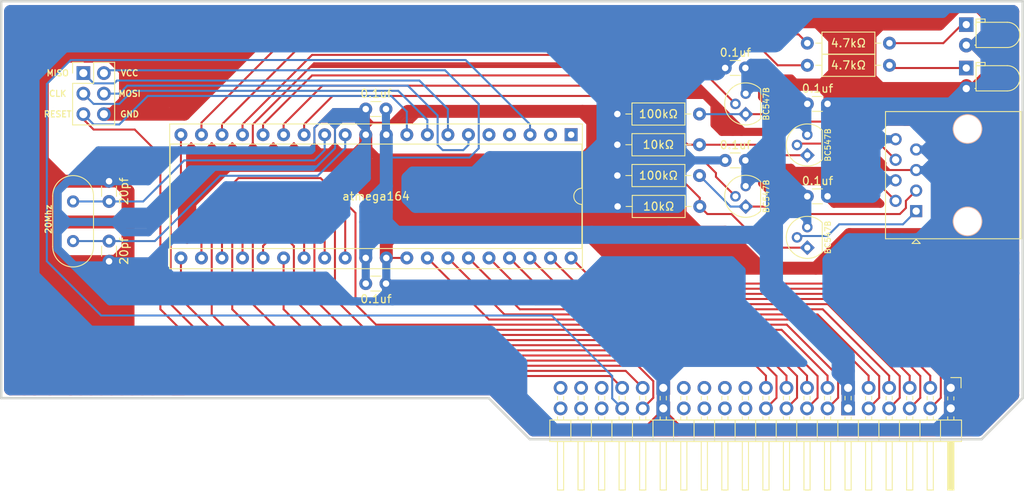
<source format=kicad_pcb>
(kicad_pcb (version 20171130) (host pcbnew "(5.1.10)-1")
  (layers (0 F.Cu signal) (31 B.Cu signal) (34 B.Paste user hide) (35 F.Paste user hide) (36 B.SilkS user) (37 F.SilkS user) (38 B.Mask user) (39 F.Mask user) (44 Edge.Cuts user))
  (net 0 "")
  (module Resistor_THT:R_Axial_DIN0207_L6.3mm_D2.5mm_P10.16mm_Horizontal (layer F.Cu) (at 435.515 287.3502 180)
    (fp_text reference 10kΩ (at 5.08 0) (layer F.SilkS))
    (fp_text value R_Axial_DIN0207_L6.3mm_D2.5mm_P10.16mm_Horizontal)
    (pad 1 thru_hole circle (at 0 0 180) (size 1.6 1.6) (drill 0.8) (layers *.Cu *.Mask))
    (pad 2 thru_hole oval (at 10.16 0 180) (size 1.6 1.6) (drill 0.8) (layers *.Cu *.Mask))
  )
  (module Resistor_THT:R_Axial_DIN0207_L6.3mm_D2.5mm_P10.16mm_Horizontal (layer F.Cu) (at 435.48046 279.7175 180)
    (fp_text reference 10kΩ (at 5.08 0) (layer F.SilkS))
    (fp_text value R_Axial_DIN0207_L6.3mm_D2.5mm_P10.16mm_Horizontal)
    (pad 2 thru_hole oval (at 10.16 0 180) (size 1.6 1.6) (drill 0.8) (layers *.Cu *.Mask))
    (pad 1 thru_hole circle (at 0 0 180) (size 1.6 1.6) (drill 0.8) (layers *.Cu *.Mask))
  )
  (module Resistor_THT:R_Axial_DIN0207_L6.3mm_D2.5mm_P10.16mm_Horizontal (layer F.Cu) (at 435.483 283.5275 180)
    (fp_text reference 100kΩ (at 5.08 0) (layer F.SilkS))
    (fp_text value R_Axial_DIN0207_L6.3mm_D2.5mm_P10.16mm_Horizontal)
    (pad 2 thru_hole oval (at 10.16 0 180) (size 1.6 1.6) (drill 0.8) (layers *.Cu *.Mask))
    (pad 1 thru_hole circle (at 0 0 180) (size 1.6 1.6) (drill 0.8) (layers *.Cu *.Mask))
  )
  (module LED_THT:LED_D3.0mm_Horizontal_O1.27mm_Z6.0mm (layer F.Cu) (at 468.47506 272.7706 90)
    (fp_text reference TX)
    (fp_text value LED_D3.0mm_Horizontal_O1.27mm_Z6.0mm)
    (pad 2 thru_hole circle (at 0 0 90) (size 1.8 1.8) (drill 0.9) (layers *.Cu *.Mask))
    (pad 1 thru_hole rect (at 2.54 0 90) (size 1.8 1.8) (drill 0.9) (layers *.Cu *.Mask))
  )
  (module Resistor_THT:R_Axial_DIN0207_L6.3mm_D2.5mm_P10.16mm_Horizontal (layer F.Cu) (at 458.97546 267.1572 180)
    (fp_text reference 4.7kΩ (at 5.08 0) (layer F.SilkS))
    (fp_text value R_Axial_DIN0207_L6.3mm_D2.5mm_P10.16mm_Horizontal)
    (pad 2 thru_hole oval (at 10.16 0 180) (size 1.6 1.6) (drill 0.8) (layers *.Cu *.Mask))
    (pad 1 thru_hole circle (at 0 0 180) (size 1.6 1.6) (drill 0.8) (layers *.Cu *.Mask))
  )
  (module Connector_PinHeader_2.54mm:PinHeader_2x03_P2.54mm_Vertical (layer F.Cu) (at 359.28046 270.85798)
    (fp_text reference " " hide)
    (fp_text value PinHeader_2x03_P2.54mm_Vertical)
    (pad 1 thru_hole rect (at 0 0) (size 1.7 1.7) (drill 1) (layers *.Cu *.Mask))
    (pad 2 thru_hole oval (at 2.54 0) (size 1.7 1.7) (drill 1) (layers *.Cu *.Mask))
    (pad 3 thru_hole oval (at 0 2.54) (size 1.7 1.7) (drill 1) (layers *.Cu *.Mask))
    (pad 4 thru_hole oval (at 2.54 2.54) (size 1.7 1.7) (drill 1) (layers *.Cu *.Mask))
    (pad 5 thru_hole oval (at 0 5.08) (size 1.7 1.7) (drill 1) (layers *.Cu *.Mask))
    (pad 6 thru_hole oval (at 2.54 5.08) (size 1.7 1.7) (drill 1) (layers *.Cu *.Mask))
  )
  (module Resistor_THT:R_Axial_DIN0207_L6.3mm_D2.5mm_P10.16mm_Horizontal (layer F.Cu) (at 458.97546 269.89278 180)
    (fp_text reference 4.7kΩ (at 5.08 0) (layer F.SilkS))
    (fp_text value R_Axial_DIN0207_L6.3mm_D2.5mm_P10.16mm_Horizontal)
    (pad 1 thru_hole circle (at 0 0 180) (size 1.6 1.6) (drill 0.8) (layers *.Cu *.Mask))
    (pad 2 thru_hole oval (at 10.16 0 180) (size 1.6 1.6) (drill 0.8) (layers *.Cu *.Mask))
  )
  (module Capacitor_THT:C_Disc_D3.0mm_W1.6mm_P2.50mm (layer F.Cu) (at 362.45546 286.73298 90)
    (fp_text reference 20pf (at 1.27 1.8542 90) (layer F.SilkS))
    (fp_text value C_Disc_D3.0mm_W1.6mm_P2.50mm)
    (pad 2 thru_hole circle (at 2.5 0 90) (size 1.6 1.6) (drill 0.8) (layers *.Cu *.Mask))
    (pad 1 thru_hole circle (at 0 0 90) (size 1.6 1.6) (drill 0.8) (layers *.Cu *.Mask))
  )
  (module Crystal:Crystal_HC18-U_Vertical (layer F.Cu) (at 358.01046 286.73298 270)
    (fp_text reference " " hide)
    (fp_text value Crystal_HC18-U_Vertical)
    (pad 2 thru_hole circle (at 4.9 0 270) (size 1.5 1.5) (drill 0.8) (layers *.Cu *.Mask))
    (pad 1 thru_hole circle (at 0 0 270) (size 1.5 1.5) (drill 0.8) (layers *.Cu *.Mask))
  )
  (module Capacitor_THT:C_Disc_D3.0mm_W1.6mm_P2.50mm (layer F.Cu) (at 362.45546 294.13518 90)
    (fp_text reference 20pf (at 1.27 1.8542 90) (layer F.SilkS))
    (fp_text value C_Disc_D3.0mm_W1.6mm_P2.50mm)
    (pad 1 thru_hole circle (at 0 0 90) (size 1.6 1.6) (drill 0.8) (layers *.Cu *.Mask))
    (pad 2 thru_hole circle (at 2.5 0 90) (size 1.6 1.6) (drill 0.8) (layers *.Cu *.Mask))
  )
  (module Capacitor_THT:C_Disc_D3.0mm_W1.6mm_P2.50mm (layer F.Cu) (at 448.81546 286.09798)
    (fp_text reference 0.1uf (at 1.27 -1.905 unlocked) (layer F.SilkS))
    (fp_text value C_Disc_D3.0mm_W1.6mm_P2.50mm)
    (pad 1 thru_hole circle (at 0 0) (size 1.6 1.6) (drill 0.8) (layers *.Cu *.Mask))
    (pad 2 thru_hole circle (at 2.5 0) (size 1.6 1.6) (drill 0.8) (layers *.Cu *.Mask))
  )
  (module Capacitor_THT:C_Disc_D3.0mm_W1.6mm_P2.50mm (layer F.Cu) (at 394.20546 275.30298)
    (fp_text reference 0.1uf (at 1.27 -1.905 unlocked) (layer F.SilkS))
    (fp_text value C_Disc_D3.0mm_W1.6mm_P2.50mm)
    (pad 1 thru_hole circle (at 0 0) (size 1.6 1.6) (drill 0.8) (layers *.Cu *.Mask))
    (pad 2 thru_hole circle (at 2.5 0) (size 1.6 1.6) (drill 0.8) (layers *.Cu *.Mask))
  )
  (module Capacitor_THT:C_Disc_D3.0mm_W1.6mm_P2.50mm (layer F.Cu) (at 394.20546 296.89298)
    (fp_text reference 0.1uf (at 1.27 1.905 unlocked) (layer F.SilkS))
    (fp_text value C_Disc_D3.0mm_W1.6mm_P2.50mm)
    (pad 1 thru_hole circle (at 0 0) (size 1.6 1.6) (drill 0.8) (layers *.Cu *.Mask))
    (pad 2 thru_hole circle (at 2.5 0) (size 1.6 1.6) (drill 0.8) (layers *.Cu *.Mask))
  )
  (module LED_THT:LED_D3.0mm_Horizontal_O1.27mm_Z6.0mm (layer F.Cu) (at 468.47506 267.40358 90)
    (fp_text reference RX)
    (fp_text value LED_D3.0mm_Horizontal_O1.27mm_Z6.0mm)
    (pad 2 thru_hole circle (at 0 0 90) (size 1.8 1.8) (drill 0.9) (layers *.Cu *.Mask))
    (pad 1 thru_hole rect (at 2.54 0 90) (size 1.8 1.8) (drill 0.9) (layers *.Cu *.Mask))
  )
  (module Connector_PinHeader_2.54mm:PinHeader_2x20_P2.54mm_Horizontal (layer F.Cu) (at 466.5599 309.78602 270)
    (fp_text reference "20pin conn." hide)
    (fp_text value PinHeader_2x20_P2.54mm_Horizontal)
    (pad 40 thru_hole oval (at 2.54 48.26 270) (size 1.7 1.7) (drill 1) (layers *.Cu *.Mask))
    (pad 39 thru_hole oval (at 0 48.26 270) (size 1.7 1.7) (drill 1) (layers *.Cu *.Mask))
    (pad 38 thru_hole oval (at 2.54 45.72 270) (size 1.7 1.7) (drill 1) (layers *.Cu *.Mask))
    (pad 37 thru_hole oval (at 0 45.72 270) (size 1.7 1.7) (drill 1) (layers *.Cu *.Mask))
    (pad 36 thru_hole oval (at 2.54 43.18 270) (size 1.7 1.7) (drill 1) (layers *.Cu *.Mask))
    (pad 35 thru_hole oval (at 0 43.18 270) (size 1.7 1.7) (drill 1) (layers *.Cu *.Mask))
    (pad 34 thru_hole oval (at 2.54 40.64 270) (size 1.7 1.7) (drill 1) (layers *.Cu *.Mask))
    (pad 33 thru_hole oval (at 0 40.64 270) (size 1.7 1.7) (drill 1) (layers *.Cu *.Mask))
    (pad 32 thru_hole oval (at 2.54 38.1 270) (size 1.7 1.7) (drill 1) (layers *.Cu *.Mask))
    (pad 31 thru_hole oval (at 0 38.1 270) (size 1.7 1.7) (drill 1) (layers *.Cu *.Mask))
    (pad 30 thru_hole rect (at 2.54 35.56 270) (size 1.7 1.7) (drill 1) (layers *.Cu *.Mask))
    (pad 29 thru_hole rect (at 0 35.56 270) (size 1.7 1.7) (drill 1) (layers *.Cu *.Mask))
    (pad 28 thru_hole oval (at 2.54 33.02 270) (size 1.7 1.7) (drill 1) (layers *.Cu *.Mask))
    (pad 27 thru_hole oval (at 0 33.02 270) (size 1.7 1.7) (drill 1) (layers *.Cu *.Mask))
    (pad 26 thru_hole oval (at 2.54 30.48 270) (size 1.7 1.7) (drill 1) (layers *.Cu *.Mask))
    (pad 25 thru_hole oval (at 0 30.48 270) (size 1.7 1.7) (drill 1) (layers *.Cu *.Mask))
    (pad 24 thru_hole oval (at 2.54 27.94 270) (size 1.7 1.7) (drill 1) (layers *.Cu *.Mask))
    (pad 23 thru_hole oval (at 0 27.94 270) (size 1.7 1.7) (drill 1) (layers *.Cu *.Mask))
    (pad 22 thru_hole oval (at 2.54 25.4 270) (size 1.7 1.7) (drill 1) (layers *.Cu *.Mask))
    (pad 21 thru_hole oval (at 0 25.4 270) (size 1.7 1.7) (drill 1) (layers *.Cu *.Mask))
    (pad 20 thru_hole oval (at 2.54 22.86 270) (size 1.7 1.7) (drill 1) (layers *.Cu *.Mask))
    (pad 19 thru_hole oval (at 0 22.86 270) (size 1.7 1.7) (drill 1) (layers *.Cu *.Mask))
    (pad 18 thru_hole oval (at 2.54 20.32 270) (size 1.7 1.7) (drill 1) (layers *.Cu *.Mask))
    (pad 17 thru_hole oval (at 0 20.32 270) (size 1.7 1.7) (drill 1) (layers *.Cu *.Mask))
    (pad 16 thru_hole oval (at 2.54 17.78 270) (size 1.7 1.7) (drill 1) (layers *.Cu *.Mask))
    (pad 15 thru_hole oval (at 0 17.78 270) (size 1.7 1.7) (drill 1) (layers *.Cu *.Mask))
    (pad 14 thru_hole oval (at 2.54 15.24 270) (size 1.7 1.7) (drill 1) (layers *.Cu *.Mask))
    (pad 13 thru_hole oval (at 0 15.24 270) (size 1.7 1.7) (drill 1) (layers *.Cu *.Mask))
    (pad 12 thru_hole rect (at 2.54 12.7 270) (size 1.7 1.7) (drill 1) (layers *.Cu *.Mask))
    (pad 11 thru_hole rect (at 0 12.7 270) (size 1.7 1.7) (drill 1) (layers *.Cu *.Mask))
    (pad 10 thru_hole oval (at 2.54 10.16 270) (size 1.7 1.7) (drill 1) (layers *.Cu *.Mask))
    (pad 9 thru_hole oval (at 0 10.16 270) (size 1.7 1.7) (drill 1) (layers *.Cu *.Mask))
    (pad 8 thru_hole oval (at 2.54 7.62 270) (size 1.7 1.7) (drill 1) (layers *.Cu *.Mask))
    (pad 7 thru_hole oval (at 0 7.62 270) (size 1.7 1.7) (drill 1) (layers *.Cu *.Mask))
    (pad 6 thru_hole oval (at 2.54 5.08 270) (size 1.7 1.7) (drill 1) (layers *.Cu *.Mask))
    (pad 5 thru_hole oval (at 0 5.08 270) (size 1.7 1.7) (drill 1) (layers *.Cu *.Mask))
    (pad 4 thru_hole oval (at 2.54 2.54 270) (size 1.7 1.7) (drill 1) (layers *.Cu *.Mask))
    (pad 3 thru_hole oval (at 0 2.54 270) (size 1.7 1.7) (drill 1) (layers *.Cu *.Mask))
    (pad 2 thru_hole rect (at 2.54 0 270) (size 1.7 1.7) (drill 1) (layers *.Cu *.Mask))
    (pad 1 thru_hole rect (at 0 0 270) (size 1.7 1.7) (drill 1) (layers *.Cu *.Mask))
  )
  (module Package_DIP:DIP-40_W15.24mm_Socket (layer F.Cu) (at 419.60546 278.47798 270)
    (fp_text reference atmega164 (at 7.62 24.13) (layer F.SilkS))
    (fp_text value DIP-40_W15.24mm_Socket)
    (pad 1 thru_hole rect (at 0 0 270) (size 1.6 1.6) (drill 0.8) (layers *.Cu *.Mask))
    (pad 21 thru_hole oval (at 15.24 48.26 270) (size 1.6 1.6) (drill 0.8) (layers *.Cu *.Mask))
    (pad 2 thru_hole oval (at 0 2.54 270) (size 1.6 1.6) (drill 0.8) (layers *.Cu *.Mask))
    (pad 22 thru_hole oval (at 15.24 45.72 270) (size 1.6 1.6) (drill 0.8) (layers *.Cu *.Mask))
    (pad 3 thru_hole oval (at 0 5.08 270) (size 1.6 1.6) (drill 0.8) (layers *.Cu *.Mask))
    (pad 23 thru_hole oval (at 15.24 43.18 270) (size 1.6 1.6) (drill 0.8) (layers *.Cu *.Mask))
    (pad 4 thru_hole oval (at 0 7.62 270) (size 1.6 1.6) (drill 0.8) (layers *.Cu *.Mask))
    (pad 24 thru_hole oval (at 15.24 40.64 270) (size 1.6 1.6) (drill 0.8) (layers *.Cu *.Mask))
    (pad 5 thru_hole oval (at 0 10.16 270) (size 1.6 1.6) (drill 0.8) (layers *.Cu *.Mask))
    (pad 25 thru_hole oval (at 15.24 38.1 270) (size 1.6 1.6) (drill 0.8) (layers *.Cu *.Mask))
    (pad 6 thru_hole oval (at 0 12.7 270) (size 1.6 1.6) (drill 0.8) (layers *.Cu *.Mask))
    (pad 26 thru_hole oval (at 15.24 35.56 270) (size 1.6 1.6) (drill 0.8) (layers *.Cu *.Mask))
    (pad 7 thru_hole oval (at 0 15.24 270) (size 1.6 1.6) (drill 0.8) (layers *.Cu *.Mask))
    (pad 27 thru_hole oval (at 15.24 33.02 270) (size 1.6 1.6) (drill 0.8) (layers *.Cu *.Mask))
    (pad 8 thru_hole oval (at 0 17.78 270) (size 1.6 1.6) (drill 0.8) (layers *.Cu *.Mask))
    (pad 28 thru_hole oval (at 15.24 30.48 270) (size 1.6 1.6) (drill 0.8) (layers *.Cu *.Mask))
    (pad 9 thru_hole oval (at 0 20.32 270) (size 1.6 1.6) (drill 0.8) (layers *.Cu *.Mask))
    (pad 29 thru_hole oval (at 15.24 27.94 270) (size 1.6 1.6) (drill 0.8) (layers *.Cu *.Mask))
    (pad 10 thru_hole oval (at 0 22.86 270) (size 1.6 1.6) (drill 0.8) (layers *.Cu *.Mask))
    (pad 30 thru_hole oval (at 15.24 25.4 270) (size 1.6 1.6) (drill 0.8) (layers *.Cu *.Mask))
    (pad 11 thru_hole oval (at 0 25.4 270) (size 1.6 1.6) (drill 0.8) (layers *.Cu *.Mask))
    (pad 31 thru_hole oval (at 15.24 22.86 270) (size 1.6 1.6) (drill 0.8) (layers *.Cu *.Mask))
    (pad 12 thru_hole oval (at 0 27.94 270) (size 1.6 1.6) (drill 0.8) (layers *.Cu *.Mask))
    (pad 32 thru_hole oval (at 15.24 20.32 270) (size 1.6 1.6) (drill 0.8) (layers *.Cu *.Mask))
    (pad 13 thru_hole oval (at 0 30.48 270) (size 1.6 1.6) (drill 0.8) (layers *.Cu *.Mask))
    (pad 33 thru_hole oval (at 15.24 17.78 270) (size 1.6 1.6) (drill 0.8) (layers *.Cu *.Mask))
    (pad 14 thru_hole oval (at 0 33.02 270) (size 1.6 1.6) (drill 0.8) (layers *.Cu *.Mask))
    (pad 34 thru_hole oval (at 15.24 15.24 270) (size 1.6 1.6) (drill 0.8) (layers *.Cu *.Mask))
    (pad 15 thru_hole oval (at 0 35.56 270) (size 1.6 1.6) (drill 0.8) (layers *.Cu *.Mask))
    (pad 35 thru_hole oval (at 15.24 12.7 270) (size 1.6 1.6) (drill 0.8) (layers *.Cu *.Mask))
    (pad 16 thru_hole oval (at 0 38.1 270) (size 1.6 1.6) (drill 0.8) (layers *.Cu *.Mask))
    (pad 36 thru_hole oval (at 15.24 10.16 270) (size 1.6 1.6) (drill 0.8) (layers *.Cu *.Mask))
    (pad 17 thru_hole oval (at 0 40.64 270) (size 1.6 1.6) (drill 0.8) (layers *.Cu *.Mask))
    (pad 37 thru_hole oval (at 15.24 7.62 270) (size 1.6 1.6) (drill 0.8) (layers *.Cu *.Mask))
    (pad 18 thru_hole oval (at 0 43.18 270) (size 1.6 1.6) (drill 0.8) (layers *.Cu *.Mask))
    (pad 38 thru_hole oval (at 15.24 5.08 270) (size 1.6 1.6) (drill 0.8) (layers *.Cu *.Mask))
    (pad 19 thru_hole oval (at 0 45.72 270) (size 1.6 1.6) (drill 0.8) (layers *.Cu *.Mask))
    (pad 39 thru_hole oval (at 15.24 2.54 270) (size 1.6 1.6) (drill 0.8) (layers *.Cu *.Mask))
    (pad 20 thru_hole oval (at 0 48.26 270) (size 1.6 1.6) (drill 0.8) (layers *.Cu *.Mask))
    (pad 40 thru_hole oval (at 15.24 0 270) (size 1.6 1.6) (drill 0.8) (layers *.Cu *.Mask))
  )
  (module Connector_RJ:RJ45_OST_PJ012-8P8CX_Vertical (layer F.Cu) (at 462.27746 287.92678 90)
    (fp_text reference RJ45)
    (fp_text value RJ45_OST_PJ012-8P8CX_Vertical)
    (pad "" np_thru_hole circle (at 10.16 6.35 90) (size 3.65 3.65) (drill 3.45) (layers *.Cu *.SilkS *.Mask))
    (pad "" np_thru_hole circle (at -1.27 6.35 90) (size 3.65 3.65) (drill 3.45) (layers *.Cu *.SilkS *.Mask))
    (pad 1 thru_hole rect (at 0 0 90) (size 1.5 1.5) (drill 0.9) (layers *.Cu *.Mask))
    (pad 2 thru_hole circle (at 1.27 -2.54 90) (size 1.5 1.5) (drill 0.9) (layers *.Cu *.Mask))
    (pad 3 thru_hole circle (at 2.54 0 90) (size 1.5 1.5) (drill 0.9) (layers *.Cu *.Mask))
    (pad 4 thru_hole circle (at 3.81 -2.54 90) (size 1.5 1.5) (drill 0.9) (layers *.Cu *.Mask))
    (pad 5 thru_hole circle (at 5.08 0 90) (size 1.5 1.5) (drill 0.9) (layers *.Cu *.Mask))
    (pad 6 thru_hole circle (at 6.35 -2.54 90) (size 1.5 1.5) (drill 0.9) (layers *.Cu *.Mask))
    (pad 7 thru_hole circle (at 7.62 0 90) (size 1.5 1.5) (drill 0.9) (layers *.Cu *.Mask))
    (pad 8 thru_hole circle (at 8.89 -2.54 90) (size 1.5 1.5) (drill 0.9) (layers *.Cu *.Mask))
  )
  (module Package_TO_SOT_THT:TO-92 (layer F.Cu) (at 441.19546 275.93798 90)
    (fp_text reference BC547B (at 1.27 2.54 90) (layer F.SilkS) (effects (font (size 0.7 0.7) (thickness 0.125))))
    (fp_text value TO-92)
    (pad 2 thru_hole circle (at 1.27 -1.27 90) (size 1.3 1.3) (drill 0.75) (layers *.Cu *.Mask))
    (pad 3 thru_hole circle (at 2.54 0 90) (size 1.3 1.3) (drill 0.75) (layers *.Cu *.Mask))
    (pad 1 thru_hole rect (at 0 0 135) (size 1.3 1.3) (drill 0.75) (layers *.Cu *.Mask))
  )
  (module Package_TO_SOT_THT:TO-92 (layer F.Cu) (at 448.81546 281.01798 90)
    (fp_text reference BC547B (at 1.27 2.54 90) (layer F.SilkS) (effects (font (size 0.7 0.7) (thickness 0.125))))
    (fp_text value TO-92)
    (pad 1 thru_hole rect (at 0 0 135) (size 1.3 1.3) (drill 0.75) (layers *.Cu *.Mask))
    (pad 3 thru_hole circle (at 2.54 0 90) (size 1.3 1.3) (drill 0.75) (layers *.Cu *.Mask))
    (pad 2 thru_hole circle (at 1.27 -1.27 90) (size 1.3 1.3) (drill 0.75) (layers *.Cu *.Mask))
  )
  (module Package_TO_SOT_THT:TO-92 (layer F.Cu) (at 448.81546 292.44798 90)
    (fp_text reference BC547B (at 1.27 2.54 90) (layer F.SilkS) (effects (font (size 0.7 0.7) (thickness 0.125))))
    (fp_text value TO-92)
    (pad 1 thru_hole rect (at 0 0 135) (size 1.3 1.3) (drill 0.75) (layers *.Cu *.Mask))
    (pad 3 thru_hole circle (at 2.54 0 90) (size 1.3 1.3) (drill 0.75) (layers *.Cu *.Mask))
    (pad 2 thru_hole circle (at 1.27 -1.27 90) (size 1.3 1.3) (drill 0.75) (layers *.Cu *.Mask))
  )
  (module Package_TO_SOT_THT:TO-92 (layer F.Cu) (at 441.19546 287.36798 90)
    (fp_text reference BC547B (at 1.27 2.54 90) (layer F.SilkS) (effects (font (size 0.7 0.7) (thickness 0.125))))
    (fp_text value TO-92)
    (pad 2 thru_hole circle (at 1.27 -1.27 90) (size 1.3 1.3) (drill 0.75) (layers *.Cu *.Mask))
    (pad 3 thru_hole circle (at 2.54 0 90) (size 1.3 1.3) (drill 0.75) (layers *.Cu *.Mask))
    (pad 1 thru_hole rect (at 0 0 135) (size 1.3 1.3) (drill 0.75) (layers *.Cu *.Mask))
  )
  (module Resistor_THT:R_Axial_DIN0207_L6.3mm_D2.5mm_P10.16mm_Horizontal (layer F.Cu) (at 435.48046 275.9202 180)
    (fp_text reference 100kΩ (at 5.08 0) (layer F.SilkS))
    (fp_text value R_Axial_DIN0207_L6.3mm_D2.5mm_P10.16mm_Horizontal)
    (pad 2 thru_hole oval (at 10.16 0 180) (size 1.6 1.6) (drill 0.8) (layers *.Cu *.Mask))
    (pad 1 thru_hole circle (at 0 0 180) (size 1.6 1.6) (drill 0.8) (layers *.Cu *.Mask))
  )
  (module Capacitor_THT:C_Disc_D3.0mm_W1.6mm_P2.50mm (layer F.Cu) (at 438.65546 270.22298)
    (fp_text reference 0.1uf (at 1.27 -1.905 unlocked) (layer F.SilkS))
    (fp_text value C_Disc_D3.0mm_W1.6mm_P2.50mm)
    (pad 1 thru_hole circle (at 0 0) (size 1.6 1.6) (drill 0.8) (layers *.Cu *.Mask))
    (pad 2 thru_hole circle (at 2.5 0) (size 1.6 1.6) (drill 0.8) (layers *.Cu *.Mask))
  )
  (module Capacitor_THT:C_Disc_D3.0mm_W1.6mm_P2.50mm (layer F.Cu) (at 438.65546 281.65298)
    (fp_text reference 0.1uf (at 1.27 -1.905 unlocked) (layer F.SilkS))
    (fp_text value C_Disc_D3.0mm_W1.6mm_P2.50mm)
    (pad 2 thru_hole circle (at 2.5 0) (size 1.6 1.6) (drill 0.8) (layers *.Cu *.Mask))
    (pad 1 thru_hole circle (at 0 0) (size 1.6 1.6) (drill 0.8) (layers *.Cu *.Mask))
  )
  (module Capacitor_THT:C_Disc_D3.0mm_W1.6mm_P2.50mm (layer F.Cu) (at 448.81546 274.66798)
    (fp_text reference 0.1uf (at 1.27 -1.905 unlocked) (layer F.SilkS))
    (fp_text value C_Disc_D3.0mm_W1.6mm_P2.50mm)
    (pad 2 thru_hole circle (at 2.5 0) (size 1.6 1.6) (drill 0.8) (layers *.Cu *.Mask))
    (pad 1 thru_hole circle (at 0 0) (size 1.6 1.6) (drill 0.8) (layers *.Cu *.Mask))
  )
  (gr_text 20Mhz (at 354.965 288.925 90) (layer F.SilkS) (effects (font (size 0.75 0.75))))
  (gr_line (start 475.4499 311.05602) (end 475.4499 261.96798) (layer Edge.Cuts) (width 0.3))
  (gr_line (start 470.3699 316.13602) (end 475.4499 311.05602) (layer Edge.Cuts) (width 0.3))
  (gr_line (start 414.4899 316.13602) (end 409.4099 311.05602) (layer Edge.Cuts) (width 0.3))
  (gr_line (start 349.12046 311.05602) (end 349.12046 261.96798) (layer Edge.Cuts) (width 0.3))
  (gr_line (start 409.4099 311.05602) (end 349.12046 311.05602) (layer Edge.Cuts) (width 0.3))
  (gr_line (start 414.4899 316.13602) (end 470.3699 316.13602) (layer Edge.Cuts) (width 0.3))
  (gr_line (start 349.12046 261.96798) (end 475.4499 261.96798) (layer Edge.Cuts) (width 0.3))
  (gr_text MOSI (at 364.99546 273.39798) (layer F.SilkS) (effects (font (size 0.75 0.75))))
  (gr_text GND (at 364.99546 275.93798) (layer F.SilkS) (effects (font (size 0.75 0.75))))
  (gr_text MISO (at 356.10546 270.85798) (layer F.SilkS) (effects (font (size 0.75 0.75))))
  (gr_text CLK (at 356.10546 273.39798) (layer F.SilkS) (effects (font (size 0.75 0.75))))
  (gr_text RESET (at 356.10546 275.93798) (layer F.SilkS) (effects (font (size 0.75 0.75))))
  (gr_text VCC (at 364.99546 270.85798) (layer F.SilkS) (effects (font (size 0.75 0.75))))
  (segment (start 409.44546 301.33798) (end 401.82546 293.71798) (width 0.25) (layer F.Cu) (net 0))
  (segment (start 450.72046 300.06798) (end 413.25546 300.06798) (width 0.25) (layer F.Cu) (net 0))
  (segment (start 456.3999 308.28742) (end 449.45046 301.33798) (width 0.25) (layer F.Cu) (net 0))
  (segment (start 458.9399 308.28742) (end 450.72046 300.06798) (width 0.25) (layer F.Cu) (net 0))
  (segment (start 456.3999 309.78602) (end 456.3999 308.28742) (width 0.25) (layer F.Cu) (net 0))
  (segment (start 404.36546 293.71798) (end 411.35046 300.70298) (width 0.25) (layer F.Cu) (net 0))
  (segment (start 411.35046 300.70298) (end 450.08546 300.70298) (width 0.25) (layer F.Cu) (net 0))
  (segment (start 457.70546 308.32298) (end 457.70546 311.02046) (width 0.25) (layer F.Cu) (net 0))
  (segment (start 457.70546 311.02046) (end 456.3999 312.32602) (width 0.25) (layer F.Cu) (net 0))
  (segment (start 458.9399 309.78602) (end 458.9399 308.28742) (width 0.25) (layer F.Cu) (net 0))
  (segment (start 449.45046 301.33798) (end 409.44546 301.33798) (width 0.25) (layer F.Cu) (net 0))
  (segment (start 460.24546 311.02046) (end 460.24546 308.32298) (width 0.25) (layer F.Cu) (net 0))
  (segment (start 451.35546 299.43298) (end 415.16046 299.43298) (width 0.25) (layer F.Cu) (net 0))
  (segment (start 460.24546 308.32298) (end 451.35546 299.43298) (width 0.25) (layer F.Cu) (net 0))
  (segment (start 458.9399 312.32602) (end 460.24546 311.02046) (width 0.25) (layer F.Cu) (net 0))
  (segment (start 450.08546 300.70298) (end 457.70546 308.32298) (width 0.25) (layer F.Cu) (net 0))
  (segment (start 413.25546 300.06798) (end 406.90546 293.71798) (width 0.25) (layer F.Cu) (net 0))
  (segment (start 415.16046 299.43298) (end 409.44546 293.71798) (width 0.25) (layer F.Cu) (net 0))
  (segment (start 461.4799 309.78602) (end 461.4799 308.28742) (width 0.25) (layer F.Cu) (net 0))
  (segment (start 461.4799 308.28742) (end 451.99046 298.79798) (width 0.25) (layer F.Cu) (net 0))
  (segment (start 451.99046 298.79798) (end 417.06546 298.79798) (width 0.25) (layer F.Cu) (net 0))
  (segment (start 417.06546 298.79798) (end 411.98546 293.71798) (width 0.25) (layer F.Cu) (net 0))
  (segment (start 461.4799 312.32602) (end 462.78546 311.02046) (width 0.25) (layer F.Cu) (net 0))
  (segment (start 462.78546 311.02046) (end 462.78546 308.32298) (width 0.25) (layer F.Cu) (net 0))
  (segment (start 462.78546 308.32298) (end 452.62546 298.16298) (width 0.25) (layer F.Cu) (net 0))
  (segment (start 452.62546 298.16298) (end 418.97046 298.16298) (width 0.25) (layer F.Cu) (net 0))
  (segment (start 418.97046 298.16298) (end 414.52546 293.71798) (width 0.25) (layer F.Cu) (net 0))
  (segment (start 464.0199 309.78602) (end 464.0199 308.28742) (width 0.25) (layer F.Cu) (net 0))
  (segment (start 464.0199 308.28742) (end 453.26046 297.52798) (width 0.25) (layer F.Cu) (net 0))
  (segment (start 453.26046 297.52798) (end 420.87546 297.52798) (width 0.25) (layer F.Cu) (net 0))
  (segment (start 420.87546 297.52798) (end 417.06546 293.71798) (width 0.25) (layer F.Cu) (net 0))
  (segment (start 464.0199 312.32602) (end 465.32546 311.02046) (width 0.25) (layer F.Cu) (net 0))
  (segment (start 465.32546 311.02046) (end 465.32546 308.32298) (width 0.25) (layer F.Cu) (net 0))
  (segment (start 465.32546 308.32298) (end 453.89546 296.89298) (width 0.25) (layer F.Cu) (net 0))
  (segment (start 453.89546 296.89298) (end 422.78046 296.89298) (width 0.25) (layer F.Cu) (net 0))
  (segment (start 422.78046 296.89298) (end 419.60546 293.71798) (width 0.25) (layer F.Cu) (net 0))
  (segment (start 432.61849 314.98601) (end 465.00349 314.98601) (width 1.6) (layer F.Cu) (net 0))
  (segment (start 446.2399 312.32602) (end 447.54546 311.02046) (width 0.25) (layer F.Cu) (net 0))
  (segment (start 447.54546 311.02046) (end 447.54546 308.32298) (width 0.25) (layer F.Cu) (net 0))
  (segment (start 447.54546 308.32298) (end 443.73546 304.51298) (width 0.25) (layer F.Cu) (net 0))
  (segment (start 443.73546 304.51298) (end 388.49046 304.51298) (width 0.25) (layer F.Cu) (net 0))
  (segment (start 388.49046 304.51298) (end 384.04546 300.06798) (width 0.25) (layer F.Cu) (net 0))
  (segment (start 384.04546 300.06798) (end 384.04546 293.71798) (width 0.25) (layer F.Cu) (net 0))
  (segment (start 425.9199 309.78602) (end 424.45686 308.32298) (width 0.25) (layer F.Cu) (net 0))
  (segment (start 424.45686 308.32298) (end 377.06046 308.32298) (width 0.25) (layer F.Cu) (net 0))
  (segment (start 377.06046 308.32298) (end 368.80546 300.06798) (width 0.25) (layer F.Cu) (net 0))
  (segment (start 368.80546 300.06798) (end 368.80546 281.01798) (width 0.25) (layer F.Cu) (net 0))
  (segment (start 368.80546 281.01798) (end 365.63046 277.84298) (width 0.25) (layer F.Cu) (net 0))
  (segment (start 365.63046 277.84298) (end 360.55046 277.84298) (width 0.25) (layer F.Cu) (net 0))
  (segment (start 360.55046 277.84298) (end 359.28046 276.57298) (width 0.25) (layer F.Cu) (net 0))
  (segment (start 359.28046 276.57298) (end 359.28046 275.93798) (width 0.25) (layer F.Cu) (net 0))
  (segment (start 428.4599 309.78602) (end 426.36186 307.68798) (width 0.25) (layer F.Cu) (net 0))
  (segment (start 426.36186 307.68798) (end 378.33046 307.68798) (width 0.25) (layer F.Cu) (net 0))
  (segment (start 378.33046 307.68798) (end 370.07546 299.43298) (width 0.25) (layer F.Cu) (net 0))
  (segment (start 370.07546 299.43298) (end 370.07546 286.09798) (width 0.25) (layer F.Cu) (net 0))
  (segment (start 370.07546 286.09798) (end 371.34546 284.82798) (width 0.25) (layer F.Cu) (net 0))
  (segment (start 371.34546 284.82798) (end 371.34546 278.47798) (width 0.25) (layer F.Cu) (net 0))
  (segment (start 428.4599 312.32602) (end 429.76546 311.02046) (width 0.25) (layer F.Cu) (net 0))
  (segment (start 429.76546 311.02046) (end 429.76546 308.95798) (width 0.25) (layer F.Cu) (net 0))
  (segment (start 429.76546 308.95798) (end 427.86046 307.05298) (width 0.25) (layer F.Cu) (net 0))
  (segment (start 427.86046 307.05298) (end 379.60046 307.05298) (width 0.25) (layer F.Cu) (net 0))
  (segment (start 379.60046 307.05298) (end 371.34546 298.79798) (width 0.25) (layer F.Cu) (net 0))
  (segment (start 371.34546 298.79798) (end 371.34546 293.71798) (width 0.25) (layer F.Cu) (net 0))
  (segment (start 409.886249 309.90601) (end 411.66349 309.90601) (width 1.6) (layer F.Cu) (net 0))
  (segment (start 411.66349 309.90601) (end 416.74349 314.98601) (width 1.6) (layer F.Cu) (net 0))
  (segment (start 416.74349 314.98601) (end 416.75243 314.98601) (width 1.6) (layer F.Cu) (net 0))
  (segment (start 364.36046 303.87798) (end 370.38849 309.90601) (width 1.6) (layer F.Cu) (net 0))
  (segment (start 370.38849 309.90601) (end 371.66743 309.90601) (width 1.6) (layer F.Cu) (net 0))
  (segment (start 368.17046 308.95798) (end 368.17046 309.59298) (width 1.6) (layer F.Cu) (net 0))
  (segment (start 368.17046 309.59298) (end 367.85743 309.90601) (width 1.6) (layer F.Cu) (net 0))
  (segment (start 366.90046 307.68798) (end 366.90046 309.58404) (width 1.6) (layer F.Cu) (net 0))
  (segment (start 366.90046 309.58404) (end 366.57849 309.90601) (width 1.6) (layer F.Cu) (net 0))
  (segment (start 365.63046 306.41798) (end 365.63046 309.58404) (width 1.6) (layer F.Cu) (net 0))
  (segment (start 365.63046 309.58404) (end 365.30849 309.90601) (width 1.6) (layer F.Cu) (net 0))
  (segment (start 364.36046 305.14798) (end 364.36046 309.58404) (width 1.6) (layer F.Cu) (net 0))
  (segment (start 364.36046 309.58404) (end 364.03849 309.90601) (width 1.6) (layer F.Cu) (net 0))
  (segment (start 363.09046 303.87798) (end 363.09046 309.58404) (width 1.6) (layer F.Cu) (net 0))
  (segment (start 363.09046 309.58404) (end 362.76849 309.90601) (width 1.6) (layer F.Cu) (net 0))
  (segment (start 361.82046 302.60798) (end 361.82046 309.59298) (width 1.6) (layer F.Cu) (net 0))
  (segment (start 361.82046 309.59298) (end 361.50743 309.90601) (width 1.6) (layer F.Cu) (net 0))
  (segment (start 360.55046 301.33798) (end 360.55046 309.58404) (width 1.6) (layer F.Cu) (net 0))
  (segment (start 360.55046 309.58404) (end 360.22849 309.90601) (width 1.6) (layer F.Cu) (net 0))
  (segment (start 359.28046 300.06798) (end 359.28046 309.58404) (width 1.6) (layer F.Cu) (net 0))
  (segment (start 359.28046 309.58404) (end 358.95849 309.90601) (width 1.6) (layer F.Cu) (net 0))
  (segment (start 358.01046 298.79798) (end 358.01046 309.59298) (width 1.6) (layer F.Cu) (net 0))
  (segment (start 358.01046 309.59298) (end 357.69743 309.90601) (width 1.6) (layer F.Cu) (net 0))
  (segment (start 356.74046 297.52798) (end 356.74046 308.94904) (width 1.6) (layer F.Cu) (net 0))
  (segment (start 356.74046 308.94904) (end 357.69743 309.90601) (width 1.6) (layer F.Cu) (net 0))
  (segment (start 355.47046 296.25798) (end 355.47046 309.58404) (width 1.6) (layer F.Cu) (net 0))
  (segment (start 355.47046 309.58404) (end 355.14849 309.90601) (width 1.6) (layer F.Cu) (net 0))
  (segment (start 354.20046 293.71798) (end 354.20046 308.94904) (width 1.6) (layer F.Cu) (net 0))
  (segment (start 354.20046 308.94904) (end 353.24349 309.90601) (width 1.6) (layer F.Cu) (net 0))
  (segment (start 353.24349 309.90601) (end 352.93046 309.59298) (width 1.6) (layer F.Cu) (net 0))
  (segment (start 352.93046 309.59298) (end 352.93046 263.23798) (width 1.6) (layer F.Cu) (net 0))
  (segment (start 351.66046 263.23798) (end 351.66046 309.59298) (width 1.6) (layer F.Cu) (net 0))
  (segment (start 351.66046 309.59298) (end 351.97349 309.90601) (width 1.6) (layer F.Cu) (net 0))
  (segment (start 350.27047 309.90601) (end 350.27047 263.35797) (width 1.6) (layer F.Cu) (net 0))
  (segment (start 350.27047 263.35797) (end 350.39046 263.23798) (width 1.6) (layer F.Cu) (net 0))
  (segment (start 440.56046 267.68298) (end 438.65546 269.58798) (width 1.6) (layer B.Cu) (net 0))
  (segment (start 438.65546 269.58798) (end 438.65546 270.22298) (width 1.6) (layer B.Cu) (net 0))
  (segment (start 416.75243 314.98601) (end 414.966248 314.98601) (width 1.6) (layer F.Cu) (net 0))
  (segment (start 414.966248 314.98601) (end 409.886249 309.90601) (width 1.6) (layer F.Cu) (net 0))
  (segment (start 409.886249 309.90601) (end 350.27047 309.90601) (width 1.6) (layer F.Cu) (net 0))
  (segment (start 357.37546 264.50798) (end 382.14046 264.50798) (width 2.5) (layer F.Cu) (net 0))
  (segment (start 353.56546 271.49298) (end 358.64546 266.41298) (width 2.5) (layer F.Cu) (net 0))
  (segment (start 472.94546 291.81298) (end 462.78546 291.81298) (width 1.6) (layer B.Cu) (net 0))
  (segment (start 444.37046 272.76298) (end 441.83046 270.22298) (width 1) (layer B.Cu) (net 0))
  (segment (start 441.83046 270.22298) (end 441.15546 270.22298) (width 1) (layer B.Cu) (net 0))
  (segment (start 441.15546 270.22298) (end 441.15546 270.81798) (width 1) (layer B.Cu) (net 0))
  (segment (start 443.73546 270.85798) (end 445.64046 272.76298) (width 1) (layer B.Cu) (net 0))
  (segment (start 443.10046 270.85798) (end 445.00546 272.76298) (width 1) (layer B.Cu) (net 0))
  (segment (start 441.83046 269.58798) (end 443.73546 269.58798) (width 1) (layer B.Cu) (net 0))
  (segment (start 443.73546 269.58798) (end 444.37046 270.22298) (width 1) (layer B.Cu) (net 0))
  (segment (start 441.19546 270.22298) (end 441.83046 269.58798) (width 1) (layer B.Cu) (net 0))
  (segment (start 444.37046 270.22298) (end 446.91046 272.76298) (width 1) (layer B.Cu) (net 0))
  (segment (start 441.19546 270.22298) (end 444.37046 270.22298) (width 1) (layer B.Cu) (net 0))
  (segment (start 443.73546 272.76298) (end 441.19546 270.22298) (width 1) (layer B.Cu) (net 0))
  (segment (start 446.27546 273.39798) (end 446.91046 274.03298) (width 1.6) (layer B.Cu) (net 0))
  (segment (start 446.91046 272.76298) (end 444.37046 272.76298) (width 1) (layer B.Cu) (net 0))
  (segment (start 448.81546 274.66798) (end 446.91046 272.76298) (width 1) (layer B.Cu) (net 0))
  (segment (start 447.54546 286.09798) (end 448.81546 286.09798) (width 1) (layer B.Cu) (net 0))
  (segment (start 446.27546 286.09798) (end 447.54546 286.09798) (width 1) (layer B.Cu) (net 0))
  (segment (start 445.64046 282.92298) (end 445.64046 284.19298) (width 1) (layer B.Cu) (net 0))
  (segment (start 445.64046 284.19298) (end 445.64046 284.82798) (width 1) (layer B.Cu) (net 0))
  (segment (start 447.54546 286.09798) (end 445.64046 284.19298) (width 1) (layer B.Cu) (net 0))
  (segment (start 445.64046 278.47798) (end 445.64046 282.92298) (width 1) (layer B.Cu) (net 0))
  (segment (start 448.81546 286.09798) (end 445.64046 282.92298) (width 1) (layer B.Cu) (net 0))
  (segment (start 441.19546 281.65298) (end 443.73546 279.11298) (width 1) (layer B.Cu) (net 0))
  (segment (start 444.5 283.21) (end 444.5 288.925) (width 1.6) (layer B.Cu) (net 0))
  (segment (start 443.73546 289.27298) (end 443.41796 289.59048) (width 1.6) (layer B.Cu) (net 0))
  (segment (start 448.81546 286.41548) (end 448.81546 286.09798) (width 1) (layer B.Cu) (net 0))
  (segment (start 446.91046 287.36798) (end 446.59296 287.68548) (width 1) (layer B.Cu) (net 0))
  (segment (start 445.64046 285.46298) (end 446.27546 286.09798) (width 1) (layer B.Cu) (net 0))
  (segment (start 448.18046 275.30298) (end 447.54546 275.30298) (width 1) (layer B.Cu) (net 0))
  (segment (start 447.54546 275.30298) (end 447.22796 274.98548) (width 1) (layer B.Cu) (net 0))
  (segment (start 446.27546 277.20798) (end 445.32296 276.25548) (width 1) (layer B.Cu) (net 0))
  (segment (start 445.64046 274.66798) (end 445.64046 277.84298) (width 1) (layer B.Cu) (net 0))
  (segment (start 443.73546 273.39798) (end 446.91046 276.57298) (width 1) (layer B.Cu) (net 0))
  (segment (start 447.54546 275.93798) (end 446.59296 274.98548) (width 1) (layer B.Cu) (net 0))
  (segment (start 444.68796 279.43048) (end 448.81546 275.30298) (width 1) (layer B.Cu) (net 0))
  (segment (start 448.81546 275.30298) (end 448.81546 274.66798) (width 1) (layer B.Cu) (net 0))
  (segment (start 444.37046 272.76298) (end 446.27546 274.66798) (width 1) (layer B.Cu) (net 0))
  (segment (start 446.27546 274.66798) (end 448.81546 274.66798) (width 1) (layer B.Cu) (net 0))
  (segment (start 448.81546 274.66798) (end 448.81546 278.47798) (width 1) (layer B.Cu) (net 0))
  (segment (start 448.81546 286.09798) (end 448.81546 289.90798) (width 1) (layer B.Cu) (net 0))
  (segment (start 443.73546 273.39798) (end 443.73546 274.66798) (width 1) (layer B.Cu) (net 0))
  (segment (start 443.73546 274.66798) (end 443.73546 277.84298) (width 1) (layer B.Cu) (net 0))
  (segment (start 445.64046 286.73298) (end 448.18046 286.73298) (width 1) (layer B.Cu) (net 0))
  (segment (start 442.46546 281.65298) (end 443.10046 281.01798) (width 1) (layer B.Cu) (net 0))
  (segment (start 442.46546 280.38298) (end 443.73546 280.38298) (width 1) (layer B.Cu) (net 0))
  (segment (start 441.19546 281.65298) (end 441.83046 281.01798) (width 1) (layer B.Cu) (net 0))
  (segment (start 445.95796 288.32048) (end 446.59296 287.68548) (width 1.6) (layer B.Cu) (net 0))
  (segment (start 442.46546 281.65298) (end 443.73546 282.92298) (width 1) (layer B.Cu) (net 0))
  (segment (start 442.46546 290.54298) (end 443.41796 289.59048) (width 1.6) (layer B.Cu) (net 0))
  (segment (start 443.41796 289.59048) (end 445.00546 288.00298) (width 1.6) (layer B.Cu) (net 0))
  (segment (start 453.8599 309.78602) (end 453.8599 309.55742) (width 1.6) (layer B.Cu) (net 0))
  (segment (start 396.74546 286.09798) (end 396.74546 288.00298) (width 1.6) (layer B.Cu) (net 0))
  (segment (start 396.74546 288.00298) (end 396.74546 289.27298) (width 1.6) (layer B.Cu) (net 0))
  (segment (start 395.47546 289.27298) (end 396.74546 288.00298) (width 1.6) (layer B.Cu) (net 0))
  (segment (start 395.47546 290.54298) (end 395.47546 289.27298) (width 1.6) (layer B.Cu) (net 0))
  (segment (start 422.14546 290.54298) (end 398.01546 290.54298) (width 1.6) (layer B.Cu) (net 0))
  (segment (start 398.01546 290.54298) (end 394.84046 290.54298) (width 1.6) (layer B.Cu) (net 0))
  (segment (start 396.74546 289.27298) (end 398.01546 290.54298) (width 1.6) (layer B.Cu) (net 0))
  (segment (start 394.84046 288.00298) (end 396.74546 286.09798) (width 1.6) (layer B.Cu) (net 0))
  (segment (start 396.74546 286.09798) (end 396.74546 284.82798) (width 1.6) (layer B.Cu) (net 0))
  (segment (start 394.84046 289.90798) (end 394.20546 289.27298) (width 1.6) (layer B.Cu) (net 0))
  (segment (start 396.11046 291.17798) (end 394.84046 289.90798) (width 1.6) (layer B.Cu) (net 0))
  (segment (start 394.84046 289.90798) (end 394.84046 288.00298) (width 1.6) (layer B.Cu) (net 0))
  (segment (start 396.74546 278.47798) (end 396.74546 284.82798) (width 1.6) (layer B.Cu) (net 0))
  (segment (start 394.20546 293.71798) (end 394.20546 287.36798) (width 1.6) (layer B.Cu) (net 0))
  (segment (start 394.20546 287.36798) (end 396.74546 284.82798) (width 1.6) (layer B.Cu) (net 0))
  (segment (start 394.20546 293.71798) (end 394.20546 293.08298) (width 1) (layer B.Cu) (net 0))
  (segment (start 394.20546 293.08298) (end 394.20546 287.36798) (width 1) (layer B.Cu) (net 0))
  (segment (start 354.20046 268.31798) (end 354.20046 268.95298) (width 1.6) (layer B.Cu) (net 0))
  (segment (start 352.93046 268.31798) (end 352.93046 270.85798) (width 1.6) (layer B.Cu) (net 0))
  (segment (start 357.37546 267.04798) (end 351.02546 267.04798) (width 2.5) (layer B.Cu) (net 0))
  (segment (start 357.37546 289.27298) (end 356.10546 290.54298) (width 1) (layer B.Cu) (net 0))
  (segment (start 356.10546 290.54298) (end 356.10546 289.27298) (width 1) (layer B.Cu) (net 0))
  (segment (start 356.10546 289.27298) (end 357.37546 289.27298) (width 1) (layer B.Cu) (net 0))
  (segment (start 356.10546 289.27298) (end 356.10546 288.00298) (width 1) (layer B.Cu) (net 0))
  (segment (start 356.10546 288.00298) (end 356.10546 285.46298) (width 1) (layer B.Cu) (net 0))
  (segment (start 357.37546 289.27298) (end 356.10546 288.00298) (width 1) (layer B.Cu) (net 0))
  (segment (start 356.10546 285.46298) (end 357.33546 284.23298) (width 1) (layer B.Cu) (net 0))
  (segment (start 357.33546 284.23298) (end 362.45546 284.23298) (width 1) (layer B.Cu) (net 0))
  (segment (start 445.00546 289.90798) (end 445.00546 288.63798) (width 1.6) (layer B.Cu) (net 0))
  (segment (start 445.00546 288.63798) (end 445.00546 284.82798) (width 1.6) (layer B.Cu) (net 0))
  (segment (start 445.00546 292.44798) (end 445.00546 289.90798) (width 1.6) (layer B.Cu) (net 0))
  (segment (start 445.00546 290.54298) (end 443.10046 290.54298) (width 1.6) (layer B.Cu) (net 0))
  (segment (start 445.00546 292.44798) (end 443.10046 290.54298) (width 1.6) (layer B.Cu) (net 0))
  (segment (start 434.84546 269.58798) (end 432.94046 267.68298) (width 1.6) (layer B.Cu) (net 0))
  (segment (start 439.29046 268.95298) (end 434.84546 268.95298) (width 1.6) (layer B.Cu) (net 0))
  (segment (start 355.78796 264.19048) (end 354.20046 265.77798) (width 2.5) (layer F.Cu) (net 0))
  (segment (start 354.20046 263.87298) (end 354.20046 265.77798) (width 1.6) (layer F.Cu) (net 0))
  (segment (start 354.20046 265.77798) (end 354.20046 268.31798) (width 1.6) (layer F.Cu) (net 0))
  (segment (start 354.20046 268.31798) (end 354.20046 281.65298) (width 1.6) (layer F.Cu) (net 0))
  (segment (start 466.5599 312.32602) (end 466.5599 313.4296) (width 1.6) (layer F.Cu) (net 0))
  (segment (start 466.5599 313.4296) (end 465.00349 314.98601) (width 1.6) (layer F.Cu) (net 0))
  (segment (start 466.59546 296.18686) (end 466.5599 296.22242) (width 1.6) (layer F.Cu) (net 0))
  (segment (start 466.5599 312.32602) (end 466.5599 312.73242) (width 1.6) (layer F.Cu) (net 0))
  (segment (start 466.5599 312.73242) (end 467.86546 314.03798) (width 1.6) (layer F.Cu) (net 0))
  (segment (start 466.5599 309.78602) (end 466.5599 312.32602) (width 1.6) (layer F.Cu) (net 0))
  (segment (start 361.82046 294.98798) (end 363.09046 296.25798) (width 2.5) (layer F.Cu) (net 0))
  (segment (start 359.91546 294.98798) (end 363.72546 298.79798) (width 2.5) (layer F.Cu) (net 0))
  (segment (start 358.01046 295.62298) (end 363.72546 301.33798) (width 2.5) (layer F.Cu) (net 0))
  (segment (start 356.74046 296.25798) (end 364.36046 303.87798) (width 1.6) (layer F.Cu) (net 0))
  (segment (start 364.80242 292.62832) (end 364.80242 303.84972) (width 1.6) (layer F.Cu) (net 0))
  (segment (start 355.19296 285.82048) (end 354.28046 286.73298) (width 1.6) (layer F.Cu) (net 0))
  (segment (start 356.78046 284.23298) (end 355.19296 285.82048) (width 1.6) (layer F.Cu) (net 0))
  (segment (start 356.78046 294.17518) (end 354.94436 292.33908) (width 1.6) (layer F.Cu) (net 0))
  (segment (start 354.94436 292.33908) (end 354.20046 291.59518) (width 1.6) (layer F.Cu) (net 0))
  (segment (start 355.19296 292.09048) (end 354.94436 292.33908) (width 1.6) (layer F.Cu) (net 0))
  (segment (start 364.80496 290.54298) (end 364.80496 288.00298) (width 1.6) (layer F.Cu) (net 0))
  (segment (start 362.45546 294.13518) (end 362.88186 294.13518) (width 1.6) (layer F.Cu) (net 0))
  (segment (start 363.3162 294.13518) (end 364.7948 292.65658) (width 1.6) (layer F.Cu) (net 0))
  (segment (start 364.80496 292.65658) (end 364.80496 290.54298) (width 1.6) (layer F.Cu) (net 0))
  (segment (start 364.80496 290.54298) (end 363.53496 289.27298) (width 1.6) (layer F.Cu) (net 0))
  (segment (start 354.20046 289.27298) (end 363.09046 289.27298) (width 1.6) (layer F.Cu) (net 0))
  (segment (start 363.53496 289.27298) (end 364.80496 288.00298) (width 1.6) (layer F.Cu) (net 0))
  (segment (start 364.80496 288.00298) (end 364.80496 285.46298) (width 1.6) (layer F.Cu) (net 0))
  (segment (start 354.20046 289.27298) (end 354.20046 293.71798) (width 1.6) (layer F.Cu) (net 0))
  (segment (start 354.20046 286.73298) (end 354.20046 289.27298) (width 1.6) (layer F.Cu) (net 0))
  (segment (start 356.91826 294.17518) (end 355.47046 294.17518) (width 1.6) (layer F.Cu) (net 0))
  (segment (start 354.20046 293.71798) (end 356.74046 296.25798) (width 1.6) (layer F.Cu) (net 0))
  (segment (start 362.45546 294.17518) (end 356.91826 294.17518) (width 1.6) (layer F.Cu) (net 0))
  (segment (start 356.91826 294.17518) (end 356.91826 296.08018) (width 1.6) (layer F.Cu) (net 0))
  (segment (start 362.45546 284.23298) (end 355.47046 284.23298) (width 1.6) (layer F.Cu) (net 0))
  (segment (start 356.78046 284.23298) (end 354.20046 281.65298) (width 1.6) (layer F.Cu) (net 0))
  (segment (start 354.20046 281.65298) (end 354.20046 286.73298) (width 1.6) (layer F.Cu) (net 0))
  (segment (start 354.28046 286.73298) (end 354.20046 286.73298) (width 1.6) (layer F.Cu) (net 0))
  (segment (start 432.61849 314.98601) (end 416.75243 314.98601) (width 1.6) (layer F.Cu) (net 0))
  (segment (start 431.67046 314.03798) (end 432.61849 314.98601) (width 1.6) (layer F.Cu) (net 0))
  (segment (start 430.9999 313.36742) (end 431.67046 314.03798) (width 1.6) (layer F.Cu) (net 0))
  (segment (start 430.9999 313.36742) (end 429.38131 314.98601) (width 1.6) (layer F.Cu) (net 0))
  (segment (start 430.9999 309.78602) (end 430.9999 313.36742) (width 1.6) (layer F.Cu) (net 0))
  (segment (start 396.74546 293.71798) (end 399.28546 293.71798) (width 0.25) (layer F.Cu) (net 0))
  (segment (start 358.01046 286.73298) (end 362.45546 286.73298) (width 0.25) (layer B.Cu) (net 0))
  (segment (start 362.45546 291.63518) (end 358.01266 291.63518) (width 0.25) (layer B.Cu) (net 0))
  (segment (start 358.01266 291.63518) (end 358.01046 291.63298) (width 0.25) (layer B.Cu) (net 0))
  (segment (start 469.77046 276.57298) (end 471.04046 277.84298) (width 1.6) (layer B.Cu) (net 0))
  (segment (start 471.04046 277.84298) (end 471.04046 290.54298) (width 1.6) (layer B.Cu) (net 0))
  (segment (start 474.21546 295.62298) (end 474.21546 294.35298) (width 1.6) (layer B.Cu) (net 0))
  (segment (start 474.21546 294.35298) (end 474.21546 293.08298) (width 1.6) (layer B.Cu) (net 0))
  (segment (start 474.21546 294.35298) (end 465.32546 294.35298) (width 1.6) (layer B.Cu) (net 0))
  (segment (start 474.21546 293.08298) (end 464.05546 293.08298) (width 1.6) (layer B.Cu) (net 0))
  (segment (start 469.44849 314.98601) (end 469.893552 314.98601) (width 1.6) (layer B.Cu) (net 0))
  (segment (start 469.893552 314.98601) (end 474.21546 310.664102) (width 1.6) (layer B.Cu) (net 0))
  (segment (start 395.47546 290.54298) (end 394.20546 291.81298) (width 1) (layer B.Cu) (net 0))
  (segment (start 445.00546 289.90798) (end 445.00546 289.27298) (width 1.6) (layer B.Cu) (net 0))
  (segment (start 445.00546 274.66798) (end 445.00546 284.82798) (width 1) (layer B.Cu) (net 0))
  (segment (start 445.00546 284.82798) (end 445.00546 286.09798) (width 1) (layer B.Cu) (net 0))
  (segment (start 394.20546 293.71798) (end 394.20546 296.89298) (width 1) (layer B.Cu) (net 0))
  (segment (start 396.74546 293.71798) (end 396.74546 296.85298) (width 1) (layer B.Cu) (net 0))
  (segment (start 396.74546 296.85298) (end 396.70546 296.89298) (width 1) (layer B.Cu) (net 0))
  (segment (start 396.70546 275.30298) (end 396.70546 278.43798) (width 1) (layer B.Cu) (net 0))
  (segment (start 396.70546 278.43798) (end 396.74546 278.47798) (width 1) (layer B.Cu) (net 0))
  (segment (start 443.73546 277.84298) (end 443.73546 280.38298) (width 1) (layer B.Cu) (net 0))
  (segment (start 443.73546 279.4) (end 443.73546 283.845) (width 1) (layer B.Cu) (net 0))
  (segment (start 459.73746 279.03678) (end 459.66126 279.11298) (width 1) (layer B.Cu) (net 0))
  (segment (start 451.99046 277.84298) (end 451.99046 280.38298) (width 1) (layer B.Cu) (net 0))
  (segment (start 453.26046 279.11298) (end 451.35546 281.01798) (width 1) (layer B.Cu) (net 0))
  (segment (start 451.31546 274.66798) (end 451.31546 277.24798) (width 1) (layer B.Cu) (net 0))
  (segment (start 451.31546 277.24798) (end 451.31546 286.09798) (width 1) (layer B.Cu) (net 0))
  (segment (start 453.26046 279.11298) (end 451.47166 277.32418) (width 1) (layer B.Cu) (net 0))
  (segment (start 446.27546 274.66798) (end 445.00546 274.66798) (width 1) (layer B.Cu) (net 0))
  (segment (start 445.64046 285.46298) (end 445.64046 286.73298) (width 1) (layer B.Cu) (net 0))
  (segment (start 445.64046 284.82798) (end 445.64046 285.46298) (width 1) (layer B.Cu) (net 0))
  (segment (start 441.15546 284.78798) (end 441.19546 284.82798) (width 1) (layer F.Cu) (net 0))
  (segment (start 441.15546 273.35798) (end 441.19546 273.39798) (width 1) (layer F.Cu) (net 0))
  (segment (start 444.37046 274.03298) (end 444.37046 285.46298) (width 1) (layer B.Cu) (net 0))
  (segment (start 443.73546 281.65298) (end 441.19546 281.65298) (width 1) (layer B.Cu) (net 0))
  (segment (start 466.59546 277.84298) (end 466.59546 289.27298) (width 2.5) (layer B.Cu) (net 0))
  (segment (start 468.50046 277.84298) (end 468.50046 289.27298) (width 2.5) (layer B.Cu) (net 0))
  (segment (start 469.77046 277.84298) (end 469.77046 289.27298) (width 2.5) (layer B.Cu) (net 0))
  (segment (start 471.67546 312.76798) (end 471.893521 312.986041) (width 1.6) (layer F.Cu) (net 0))
  (segment (start 471.67546 263.23798) (end 471.67546 312.76798) (width 1.6) (layer F.Cu) (net 0))
  (segment (start 472.94546 311.49798) (end 473.163521 311.716041) (width 1.6) (layer F.Cu) (net 0))
  (segment (start 472.94546 263.23798) (end 472.94546 311.49798) (width 1.6) (layer F.Cu) (net 0))
  (segment (start 467.86546 295.62298) (end 467.86546 314.67298) (width 1.6) (layer B.Cu) (net 0))
  (segment (start 474.21546 295.62298) (end 467.86546 295.62298) (width 1.6) (layer B.Cu) (net 0))
  (segment (start 469.13546 295.62298) (end 469.13546 314.67298) (width 1.6) (layer B.Cu) (net 0))
  (segment (start 470.40546 295.62298) (end 470.40546 313.40298) (width 1.6) (layer B.Cu) (net 0))
  (segment (start 471.67546 293.71798) (end 471.67546 312.76798) (width 1.6) (layer B.Cu) (net 0))
  (segment (start 472.94546 292.44798) (end 472.94546 311.49798) (width 1.6) (layer B.Cu) (net 0))
  (segment (start 474.21546 310.22798) (end 474.21546 295.62298) (width 1.6) (layer B.Cu) (net 0))
  (segment (start 443.73546 293.08298) (end 441.83046 291.17798) (width 1.6) (layer B.Cu) (net 0))
  (segment (start 443.73546 297.52798) (end 443.73546 293.08298) (width 1.6) (layer B.Cu) (net 0))
  (segment (start 453.89546 310.15686) (end 453.89546 305.78298) (width 1.6) (layer B.Cu) (net 0))
  (segment (start 453.8599 312.09742) (end 453.89546 312.06186) (width 1.6) (layer B.Cu) (net 0))
  (segment (start 445.00546 296.89298) (end 445.00546 292.44798) (width 1.6) (layer B.Cu) (net 0))
  (segment (start 453.8599 305.74742) (end 445.00546 296.89298) (width 1.6) (layer B.Cu) (net 0))
  (segment (start 453.8599 312.32602) (end 453.8599 305.74742) (width 1.6) (layer B.Cu) (net 0))
  (segment (start 453.8599 309.20944) (end 452.62546 307.975) (width 1.6) (layer B.Cu) (net 0))
  (segment (start 452.62546 307.975) (end 452.62546 306.07) (width 1.6) (layer B.Cu) (net 0))
  (segment (start 452.62546 306.41798) (end 443.73546 297.52798) (width 1.6) (layer B.Cu) (net 0))
  (segment (start 453.89546 307.68798) (end 452.62546 306.41798) (width 1.6) (layer B.Cu) (net 0))
  (segment (start 414.52546 287.36798) (end 396.74546 287.36798) (width 1.6) (layer F.Cu) (net 0))
  (segment (start 417.83 286.09798) (end 424.815 286.09798) (width 2.5) (layer F.Cu) (net 0))
  (segment (start 423.41546 284.82798) (end 423.41546 280.38298) (width 2.5) (layer F.Cu) (net 0))
  (segment (start 416.43046 267.04798) (end 357.37546 267.04798) (width 2.5) (layer B.Cu) (net 0))
  (segment (start 430.40046 271.49298) (end 423.41546 271.49298) (width 2.5) (layer B.Cu) (net 0))
  (segment (start 432.94046 294.98798) (end 429.13046 291.17798) (width 1.6) (layer F.Cu) (net 0))
  (segment (start 471.67546 298.79798) (end 459.61046 298.79798) (width 1.6) (layer F.Cu) (net 0))
  (segment (start 460.88046 276.57298) (end 467.86546 276.57298) (width 1.6) (layer F.Cu) (net 0))
  (segment (start 466.5599 306.45354) (end 466.5599 306.38242) (width 1.6) (layer F.Cu) (net 0))
  (segment (start 469.77046 296.89298) (end 457.70546 296.89298) (width 1.6) (layer F.Cu) (net 0))
  (segment (start 422.14546 291.17798) (end 425.95546 294.98798) (width 1.6) (layer F.Cu) (net 0))
  (segment (start 466.5599 306.45354) (end 466.5599 314.86602) (width 1.6) (layer F.Cu) (net 0))
  (segment (start 431.03546 291.81298) (end 438.65546 291.81298) (width 1.6) (layer F.Cu) (net 0))
  (segment (start 474.21546 301.33798) (end 462.15046 301.33798) (width 1.6) (layer F.Cu) (net 0))
  (segment (start 429.13046 291.17798) (end 425.32046 287.36798) (width 1.6) (layer F.Cu) (net 0))
  (segment (start 429.13046 291.17798) (end 422.14546 291.17798) (width 1.6) (layer F.Cu) (net 0))
  (segment (start 466.5599 296.22242) (end 466.5599 306.45354) (width 1.6) (layer F.Cu) (net 0))
  (segment (start 466.59546 273.39798) (end 466.59546 279.11298) (width 1.6) (layer F.Cu) (net 0))
  (segment (start 438.65546 290.54298) (end 443.10046 294.98798) (width 1.6) (layer F.Cu) (net 0))
  (segment (start 432.30546 293.08298) (end 439.92546 293.08298) (width 1.6) (layer F.Cu) (net 0))
  (segment (start 457.70546 274.03298) (end 458.97546 274.03298) (width 1.6) (layer F.Cu) (net 0))
  (segment (start 455.295 273.05) (end 455.295 267.97) (width 1.6) (layer F.Cu) (net 0))
  (segment (start 425.95546 294.98798) (end 432.94046 294.98798) (width 1.6) (layer F.Cu) (net 0))
  (segment (start 466.59546 279.11298) (end 466.59546 288.00298) (width 1.6) (layer F.Cu) (net 0))
  (segment (start 458.97546 274.03298) (end 465.96046 274.03298) (width 1.6) (layer F.Cu) (net 0))
  (segment (start 418.33546 287.36798) (end 425.32046 287.36798) (width 1.6) (layer F.Cu) (net 0))
  (segment (start 421.51046 290.54298) (end 438.65546 290.54298) (width 1.6) (layer F.Cu) (net 0))
  (segment (start 443.10046 294.98798) (end 432.94046 294.98798) (width 1.6) (layer F.Cu) (net 0))
  (segment (start 414.52546 287.36798) (end 418.33546 287.36798) (width 1.6) (layer F.Cu) (net 0))
  (segment (start 456.565 271.49298) (end 458.47 273.39798) (width 1.6) (layer F.Cu) (net 0))
  (segment (start 455.16546 294.98798) (end 451.99046 294.98798) (width 1.6) (layer F.Cu) (net 0))
  (segment (start 430.40046 292.44798) (end 423.41546 292.44798) (width 1.6) (layer F.Cu) (net 0))
  (segment (start 463.42046 291.81298) (end 465.96046 291.81298) (width 1.6) (layer F.Cu) (net 0))
  (segment (start 463.42046 302.60798) (end 465.96046 302.60798) (width 1.6) (layer F.Cu) (net 0))
  (segment (start 433.57546 293.71798) (end 441.19546 293.71798) (width 1.6) (layer F.Cu) (net 0))
  (segment (start 394.84046 284.19298) (end 394.20546 283.55798) (width 1.6) (layer F.Cu) (net 0))
  (segment (start 415.79546 286.09798) (end 414.52546 287.36798) (width 1.6) (layer F.Cu) (net 0))
  (segment (start 466.59546 288.00298) (end 466.59546 296.18686) (width 1.6) (layer F.Cu) (net 0))
  (segment (start 415.79546 286.09798) (end 396.74546 286.09798) (width 1.6) (layer F.Cu) (net 0))
  (segment (start 472.94546 300.06798) (end 460.88046 300.06798) (width 1.6) (layer F.Cu) (net 0))
  (segment (start 468.50046 295.62298) (end 456.43546 295.62298) (width 1.6) (layer F.Cu) (net 0))
  (segment (start 464.69046 303.87798) (end 467.23046 303.87798) (width 1.6) (layer F.Cu) (net 0))
  (segment (start 462.78546 293.08298) (end 465.32546 293.08298) (width 1.6) (layer F.Cu) (net 0))
  (segment (start 470.40546 298.16298) (end 458.34046 298.16298) (width 1.6) (layer F.Cu) (net 0))
  (segment (start 451.99046 294.98798) (end 443.10046 294.98798) (width 1.6) (layer F.Cu) (net 0))
  (segment (start 463.42046 303.24298) (end 455.16546 294.98798) (width 1.6) (layer F.Cu) (net 0))
  (segment (start 396.74546 286.09798) (end 394.84046 284.19298) (width 1.6) (layer F.Cu) (net 0))
  (segment (start 466.5599 306.38242) (end 463.42046 303.24298) (width 1.6) (layer F.Cu) (net 0))
  (segment (start 427.22546 289.27298) (end 420.24046 289.27298) (width 1.6) (layer F.Cu) (net 0))
  (segment (start 431.67046 293.71798) (end 424.68546 293.71798) (width 1.6) (layer F.Cu) (net 0))
  (segment (start 464.05546 277.84298) (end 471.04046 277.84298) (width 1.6) (layer F.Cu) (net 0))
  (segment (start 462.78546 276.57298) (end 457.70546 276.57298) (width 1.6) (layer F.Cu) (net 0))
  (segment (start 443.10046 290.54298) (end 431.67046 290.54298) (width 1.6) (layer B.Cu) (net 0))
  (segment (start 455.16546 269.58798) (end 448.81546 263.23798) (width 1.6) (layer F.Cu) (net 0))
  (segment (start 431.67046 290.54298) (end 422.14546 290.54298) (width 1.6) (layer B.Cu) (net 0))
  (segment (start 466.59546 280.38298) (end 462.78546 276.57298) (width 1.6) (layer F.Cu) (net 0))
  (segment (start 457.07046 275.30298) (end 465.96046 275.30298) (width 1.6) (layer F.Cu) (net 0))
  (segment (start 457.07046 273.39798) (end 457.70546 274.03298) (width 1.6) (layer F.Cu) (net 0))
  (segment (start 451.31546 274.66798) (end 451.31546 286.05798) (width 1.6) (layer B.Cu) (net 0))
  (segment (start 452.62546 285.46298) (end 452.62546 275.97798) (width 1.6) (layer B.Cu) (net 0))
  (segment (start 471.04046 264.50798) (end 471.04046 267.04798) (width 1.6) (layer B.Cu) (net 0))
  (segment (start 472.94546 263.23798) (end 472.94546 293.08298) (width 1.6) (layer B.Cu) (net 0))
  (segment (start 472.31046 263.23798) (end 472.31046 293.08298) (width 1.6) (layer B.Cu) (net 0))
  (segment (start 471.04046 263.23798) (end 471.04046 264.50798) (width 1.6) (layer B.Cu) (net 0))
  (segment (start 445.48298 265.77798) (end 351.66046 265.77798) (width 2.5) (layer B.Cu) (net 0))
  (segment (start 444.78702 267.04798) (end 416.43046 267.04798) (width 2.5) (layer B.Cu) (net 0))
  (segment (start 444.78702 267.04798) (end 444.84798 267.04798) (width 1.6) (layer B.Cu) (net 0))
  (segment (start 455.80046 269.58798) (end 452.19874 265.98626) (width 1.6) (layer F.Cu) (net 0))
  (segment (start 457.70546 276.57298) (end 456.32624 275.19376) (width 1.6) (layer F.Cu) (net 0))
  (segment (start 452.19874 265.98626) (end 449.45046 263.23798) (width 1.6) (layer F.Cu) (net 0))
  (segment (start 452.755 270.51) (end 455.64298 273.39798) (width 1.6) (layer F.Cu) (net 0))
  (segment (start 452.755 269.24) (end 455.64298 272.12798) (width 1.6) (layer F.Cu) (net 0))
  (segment (start 453.39 265.43) (end 456.27798 268.31798) (width 1.6) (layer F.Cu) (net 0))
  (segment (start 456.565 271.78) (end 456.565 265.43) (width 1.6) (layer F.Cu) (net 0))
  (segment (start 350.39046 263.23798) (end 466.37702 263.23798) (width 1.6) (layer F.Cu) (net 0))
  (segment (start 474.21546 263.23798) (end 471.17 263.23798) (width 1.6) (layer B.Cu) (net 0))
  (segment (start 474.21546 295.62298) (end 474.21546 263.23798) (width 1.6) (layer B.Cu) (net 0))
  (segment (start 471.17 272.415) (end 467.36 276.225) (width 1) (layer B.Cu) (net 0))
  (segment (start 471.805 273.05) (end 467.995 276.86) (width 1) (layer B.Cu) (net 0))
  (segment (start 471.805 273.685) (end 467.995 277.495) (width 1) (layer B.Cu) (net 0))
  (segment (start 469.13546 273.05) (end 468.50046 272.415) (width 1.6) (layer F.Cu) (net 0))
  (segment (start 468.17849 314.98601) (end 469.13546 314.02904) (width 1.6) (layer F.Cu) (net 0))
  (segment (start 469.13546 314.02904) (end 469.13546 273.05) (width 1.6) (layer F.Cu) (net 0))
  (segment (start 467.86546 314.67298) (end 468.17849 314.98601) (width 1.6) (layer F.Cu) (net 0))
  (segment (start 467.86546 273.39798) (end 467.86546 314.67298) (width 1.6) (layer F.Cu) (net 0))
  (segment (start 470.40546 314.03798) (end 470.623521 314.256041) (width 1.6) (layer F.Cu) (net 0))
  (segment (start 470.40546 272.92046) (end 470.40546 314.03798) (width 1.6) (layer F.Cu) (net 0))
  (segment (start 471.04046 272.28546) (end 470.40546 272.92046) (width 1.6) (layer F.Cu) (net 0))
  (segment (start 471.04046 263.23798) (end 471.04046 272.28546) (width 1.6) (layer F.Cu) (net 0))
  (segment (start 474.21546 263.23798) (end 471.04046 263.23798) (width 1.6) (layer F.Cu) (net 0))
  (segment (start 474.21546 310.664102) (end 474.21546 263.23798) (width 1.6) (layer F.Cu) (net 0))
  (segment (start 469.893552 314.98601) (end 474.21546 310.664102) (width 1.6) (layer F.Cu) (net 0))
  (segment (start 465.00349 314.98601) (end 469.893552 314.98601) (width 1.6) (layer F.Cu) (net 0))
  (segment (start 471.67546 270.63954) (end 469.265 273.05) (width 1.6) (layer F.Cu) (net 0))
  (segment (start 468.15248 272.76298) (end 468.50046 272.415) (width 1.6) (layer F.Cu) (net 0))
  (segment (start 457.07046 272.76298) (end 468.15248 272.76298) (width 1.6) (layer F.Cu) (net 0))
  (segment (start 456.43546 272.12798) (end 457.07046 272.76298) (width 1.6) (layer F.Cu) (net 0))
  (segment (start 456.43546 274.03298) (end 456.43546 272.12798) (width 1.6) (layer F.Cu) (net 0))
  (segment (start 455.80046 274.66798) (end 456.43546 274.03298) (width 1.6) (layer F.Cu) (net 0))
  (segment (start 456.32624 275.19376) (end 455.80046 274.66798) (width 1.6) (layer F.Cu) (net 0))
  (segment (start 471.1573 262.93826) (end 465.4423 262.93826) (width 1) (layer B.Cu) (net 0))
  (segment (start 468.47506 264.86358) (end 468.50046 264.83818) (width 0.25) (layer B.Cu) (net 0))
  (segment (start 458.97546 269.875) (end 458.97546 270.22298) (width 0.25) (layer B.Cu) (net 0))
  (segment (start 471.79738 262.93826) (end 466.08238 262.93826) (width 1) (layer F.Cu) (net 0))
  (segment (start 466.1789 262.95858) (end 465.6074 263.53008) (width 1) (layer B.Cu) (net 0))
  (segment (start 470.11844 262.9662) (end 471.08364 263.9314) (width 1) (layer B.Cu) (net 0))
  (segment (start 465.10702 276.13864) (end 465.10702 276.57298) (width 1) (layer B.Cu) (net 0))
  (segment (start 465.10702 276.57298) (end 469.77046 276.57298) (width 1.6) (layer B.Cu) (net 0))
  (segment (start 460.88046 276.57298) (end 465.10702 276.57298) (width 1.6) (layer B.Cu) (net 0))
  (segment (start 470.8144 272.7706) (end 471.17 272.415) (width 1) (layer B.Cu) (net 0))
  (segment (start 469.74506 272.7706) (end 466.37702 276.13864) (width 1) (layer B.Cu) (net 0))
  (segment (start 469.265 267.40358) (end 470.97188 269.11046) (width 1) (layer B.Cu) (net 0))
  (segment (start 471.04046 267.04798) (end 471.04046 269.11046) (width 1.6) (layer B.Cu) (net 0))
  (segment (start 471.17 265.43) (end 469.265 267.335) (width 1) (layer B.Cu) (net 0))
  (segment (start 470.68486 267.40358) (end 471.04046 267.04798) (width 1) (layer B.Cu) (net 0))
  (segment (start 468.47506 267.40358) (end 470.68486 267.40358) (width 1) (layer B.Cu) (net 0))
  (segment (start 471.17 265.43) (end 469.265 267.335) (width 1) (layer F.Cu) (net 0))
  (segment (start 469.265 267.40358) (end 470.97188 269.11046) (width 1) (layer F.Cu) (net 0))
  (segment (start 468.47506 267.40358) (end 470.68486 267.40358) (width 1) (layer F.Cu) (net 0))
  (segment (start 467.92642 264.86358) (end 468.47506 264.86358) (width 0.25) (layer F.Cu) (net 0))
  (segment (start 465.6328 267.1572) (end 467.92642 264.86358) (width 0.25) (layer F.Cu) (net 0))
  (segment (start 458.97546 267.1572) (end 465.6328 267.1572) (width 0.25) (layer F.Cu) (net 0))
  (segment (start 459.33106 270.2306) (end 458.97546 269.875) (width 0.25) (layer F.Cu) (net 0))
  (segment (start 468.47506 270.2306) (end 459.33106 270.2306) (width 0.25) (layer F.Cu) (net 0))
  (segment (start 381.50546 292.22954) (end 381.50546 293.71798) (width 0.25) (layer F.Cu) (net 0))
  (segment (start 384.53187 291.465) (end 382.27 291.465) (width 0.25) (layer F.Cu) (net 0))
  (segment (start 385.31546 292.24859) (end 384.53187 291.465) (width 0.25) (layer F.Cu) (net 0))
  (segment (start 382.27 291.465) (end 381.50546 292.22954) (width 0.25) (layer F.Cu) (net 0))
  (segment (start 385.31546 298.79798) (end 385.31546 292.24859) (width 0.25) (layer F.Cu) (net 0))
  (segment (start 390.39546 303.87798) (end 385.31546 298.79798) (width 0.25) (layer F.Cu) (net 0))
  (segment (start 444.37046 303.87798) (end 390.39546 303.87798) (width 0.25) (layer F.Cu) (net 0))
  (segment (start 448.7799 308.28742) (end 444.37046 303.87798) (width 0.25) (layer F.Cu) (net 0))
  (segment (start 448.7799 309.78602) (end 448.7799 308.28742) (width 0.25) (layer F.Cu) (net 0))
  (segment (start 386.58546 291.33546) (end 386.58546 293.71798) (width 0.25) (layer F.Cu) (net 0))
  (segment (start 385.445 290.195) (end 386.58546 291.33546) (width 0.25) (layer F.Cu) (net 0))
  (segment (start 380.23546 291.59454) (end 381.635 290.195) (width 0.25) (layer F.Cu) (net 0))
  (segment (start 380.23546 299.43298) (end 380.23546 291.59454) (width 0.25) (layer F.Cu) (net 0))
  (segment (start 385.95046 305.14798) (end 380.23546 299.43298) (width 0.25) (layer F.Cu) (net 0))
  (segment (start 381.635 290.195) (end 385.445 290.195) (width 0.25) (layer F.Cu) (net 0))
  (segment (start 443.10046 305.14798) (end 385.95046 305.14798) (width 0.25) (layer F.Cu) (net 0))
  (segment (start 446.2399 308.28742) (end 443.10046 305.14798) (width 0.25) (layer F.Cu) (net 0))
  (segment (start 446.2399 309.78602) (end 446.2399 308.28742) (width 0.25) (layer F.Cu) (net 0))
  (segment (start 450.08546 311.02046) (end 448.7799 312.32602) (width 0.25) (layer F.Cu) (net 0))
  (segment (start 450.08546 308.32298) (end 450.08546 311.02046) (width 0.25) (layer F.Cu) (net 0))
  (segment (start 392.30046 303.24298) (end 445.00546 303.24298) (width 0.25) (layer F.Cu) (net 0))
  (segment (start 387.85546 298.79798) (end 392.30046 303.24298) (width 0.25) (layer F.Cu) (net 0))
  (segment (start 387.85546 290.70046) (end 387.85546 298.79798) (width 0.25) (layer F.Cu) (net 0))
  (segment (start 445.00546 303.24298) (end 450.08546 308.32298) (width 0.25) (layer F.Cu) (net 0))
  (segment (start 386.08 288.925) (end 387.85546 290.70046) (width 0.25) (layer F.Cu) (net 0))
  (segment (start 381 288.925) (end 386.08 288.925) (width 0.25) (layer F.Cu) (net 0))
  (segment (start 378.96546 290.95954) (end 381 288.925) (width 0.25) (layer F.Cu) (net 0))
  (segment (start 378.96546 293.71798) (end 378.96546 290.95954) (width 0.25) (layer F.Cu) (net 0))
  (segment (start 445.00546 311.02046) (end 443.6999 312.32602) (width 0.25) (layer F.Cu) (net 0))
  (segment (start 445.00546 308.32298) (end 445.00546 311.02046) (width 0.25) (layer F.Cu) (net 0))
  (segment (start 377.69546 300.06798) (end 383.41046 305.78298) (width 0.25) (layer F.Cu) (net 0))
  (segment (start 383.41046 305.78298) (end 442.46546 305.78298) (width 0.25) (layer F.Cu) (net 0))
  (segment (start 377.69546 290.32454) (end 377.69546 300.06798) (width 0.25) (layer F.Cu) (net 0))
  (segment (start 380.365 287.655) (end 377.69546 290.32454) (width 0.25) (layer F.Cu) (net 0))
  (segment (start 389.12546 290.06546) (end 386.715 287.655) (width 0.25) (layer F.Cu) (net 0))
  (segment (start 442.46546 305.78298) (end 445.00546 308.32298) (width 0.25) (layer F.Cu) (net 0))
  (segment (start 386.715 287.655) (end 380.365 287.655) (width 0.25) (layer F.Cu) (net 0))
  (segment (start 389.12546 293.71798) (end 389.12546 290.06546) (width 0.25) (layer F.Cu) (net 0))
  (segment (start 376.42546 289.68954) (end 376.42546 293.71798) (width 0.25) (layer F.Cu) (net 0))
  (segment (start 387.50875 286.385) (end 379.73 286.385) (width 0.25) (layer F.Cu) (net 0))
  (segment (start 390.39546 289.27171) (end 387.50875 286.385) (width 0.25) (layer F.Cu) (net 0))
  (segment (start 390.39546 298.79798) (end 390.39546 289.27171) (width 0.25) (layer F.Cu) (net 0))
  (segment (start 394.20546 302.60798) (end 390.39546 298.79798) (width 0.25) (layer F.Cu) (net 0))
  (segment (start 445.64046 302.60798) (end 394.20546 302.60798) (width 0.25) (layer F.Cu) (net 0))
  (segment (start 451.3199 308.28742) (end 445.64046 302.60798) (width 0.25) (layer F.Cu) (net 0))
  (segment (start 379.73 286.385) (end 376.42546 289.68954) (width 0.25) (layer F.Cu) (net 0))
  (segment (start 451.3199 309.78602) (end 451.3199 308.28742) (width 0.25) (layer F.Cu) (net 0))
  (segment (start 391.66546 288.79546) (end 391.66546 293.71798) (width 0.25) (layer F.Cu) (net 0))
  (segment (start 379.095 285.115) (end 387.985 285.115) (width 0.25) (layer F.Cu) (net 0))
  (segment (start 375.15546 289.05454) (end 379.095 285.115) (width 0.25) (layer F.Cu) (net 0))
  (segment (start 375.15546 300.70298) (end 375.15546 289.05454) (width 0.25) (layer F.Cu) (net 0))
  (segment (start 387.985 285.115) (end 391.66546 288.79546) (width 0.25) (layer F.Cu) (net 0))
  (segment (start 380.87046 306.41798) (end 375.15546 300.70298) (width 0.25) (layer F.Cu) (net 0))
  (segment (start 443.6999 308.28742) (end 441.83046 306.41798) (width 0.25) (layer F.Cu) (net 0))
  (segment (start 441.83046 306.41798) (end 380.87046 306.41798) (width 0.25) (layer F.Cu) (net 0))
  (segment (start 443.6999 309.78602) (end 443.6999 308.28742) (width 0.25) (layer F.Cu) (net 0))
  (segment (start 373.88546 288.41954) (end 373.88546 293.71798) (width 0.25) (layer F.Cu) (net 0))
  (segment (start 392.93546 288.16046) (end 388.62 283.845) (width 0.25) (layer F.Cu) (net 0))
  (segment (start 378.46 283.845) (end 373.88546 288.41954) (width 0.25) (layer F.Cu) (net 0))
  (segment (start 392.93546 299.43298) (end 392.93546 288.16046) (width 0.25) (layer F.Cu) (net 0))
  (segment (start 388.62 283.845) (end 378.46 283.845) (width 0.25) (layer F.Cu) (net 0))
  (segment (start 395.47546 301.97298) (end 392.93546 299.43298) (width 0.25) (layer F.Cu) (net 0))
  (segment (start 446.27546 301.97298) (end 395.47546 301.97298) (width 0.25) (layer F.Cu) (net 0))
  (segment (start 452.62546 311.02046) (end 452.62546 308.32298) (width 0.25) (layer F.Cu) (net 0))
  (segment (start 452.62546 308.32298) (end 446.27546 301.97298) (width 0.25) (layer F.Cu) (net 0))
  (segment (start 451.3199 312.32602) (end 452.62546 311.02046) (width 0.25) (layer F.Cu) (net 0))
  (segment (start 357.37546 289.27298) (end 363.50702 289.27298) (width 1) (layer B.Cu) (net 0))
  (segment (start 389.12546 280.38298) (end 389.12546 278.47798) (width 0.25) (layer B.Cu) (net 0))
  (segment (start 387.85546 281.65298) (end 389.12546 280.38298) (width 0.25) (layer B.Cu) (net 0))
  (segment (start 371.76202 281.65298) (end 387.85546 281.65298) (width 0.25) (layer B.Cu) (net 0))
  (segment (start 366.68202 286.73298) (end 371.76202 281.65298) (width 0.25) (layer B.Cu) (net 0))
  (segment (start 362.45546 286.73298) (end 366.68202 286.73298) (width 0.25) (layer B.Cu) (net 0))
  (segment (start 364.27156 289.56) (end 367.03 289.56) (width 1) (layer B.Cu) (net 0))
  (segment (start 392.08202 275.30298) (end 394.20546 275.30298) (width 0.25) (layer B.Cu) (net 0))
  (segment (start 366.68202 289.27298) (end 367.31702 289.27298) (width 0.25) (layer B.Cu) (net 0))
  (segment (start 368.12982 291.63518) (end 362.45546 291.63518) (width 0.25) (layer B.Cu) (net 0))
  (segment (start 376.20702 283.55798) (end 368.12982 291.63518) (width 0.25) (layer B.Cu) (net 0))
  (segment (start 388.27202 283.55798) (end 376.20702 283.55798) (width 0.25) (layer B.Cu) (net 0))
  (segment (start 391.66546 280.16454) (end 388.27202 283.55798) (width 0.25) (layer B.Cu) (net 0))
  (segment (start 391.66546 278.47798) (end 391.66546 280.16454) (width 0.25) (layer B.Cu) (net 0))
  (segment (start 367.95202 289.27298) (end 374.015 283.21) (width 1) (layer B.Cu) (net 0))
  (segment (start 363.63656 289.27298) (end 367.95202 289.27298) (width 1) (layer B.Cu) (net 0))
  (segment (start 367.665 288.925) (end 373.38 283.21) (width 1) (layer B.Cu) (net 0))
  (segment (start 364.27156 288.925) (end 367.665 288.925) (width 1) (layer B.Cu) (net 0))
  (segment (start 374.015 282.575) (end 375.285 282.575) (width 0.25) (layer B.Cu) (net 0))
  (segment (start 394.20546 278.89454) (end 394.20546 278.47798) (width 0.25) (layer B.Cu) (net 0))
  (segment (start 390.17702 275.30298) (end 394.20546 275.30298) (width 0.25) (layer B.Cu) (net 0))
  (segment (start 388.62 276.86) (end 390.17702 275.30298) (width 0.25) (layer B.Cu) (net 0))
  (segment (start 390.525 276.86) (end 388.62 276.86) (width 0.25) (layer B.Cu) (net 0))
  (segment (start 390.57326 276.70506) (end 388.8486 276.70506) (width 0.25) (layer B.Cu) (net 0))
  (segment (start 390.7536 276.5425) (end 389.02894 276.5425) (width 0.25) (layer B.Cu) (net 0))
  (segment (start 390.90092 276.36724) (end 389.17626 276.36724) (width 0.25) (layer B.Cu) (net 0))
  (segment (start 391.08634 276.20976) (end 389.36168 276.20976) (width 0.25) (layer B.Cu) (net 0))
  (segment (start 391.25398 276.08276) (end 389.52932 276.08276) (width 0.25) (layer B.Cu) (net 0))
  (segment (start 391.35304 275.9202) (end 389.62838 275.9202) (width 0.25) (layer B.Cu) (net 0))
  (segment (start 391.55624 275.76526) (end 389.83158 275.76526) (width 0.25) (layer B.Cu) (net 0))
  (segment (start 391.6934 275.60524) (end 389.96874 275.60524) (width 0.25) (layer B.Cu) (net 0))
  (segment (start 391.8331 275.45538) (end 390.10844 275.45538) (width 0.25) (layer B.Cu) (net 0))
  (segment (start 390.40562 276.97938) (end 390.525 276.86) (width 0.25) (layer B.Cu) (net 0))
  (segment (start 390.40562 280.15438) (end 390.40562 276.97938) (width 0.25) (layer B.Cu) (net 0))
  (segment (start 387.985 282.575) (end 390.40562 280.15438) (width 0.25) (layer B.Cu) (net 0))
  (segment (start 375.285 282.575) (end 387.985 282.575) (width 0.25) (layer B.Cu) (net 0))
  (segment (start 470.1159 263.1059) (end 471.17 264.16) (width 1) (layer F.Cu) (net 0))
  (segment (start 447.04 263.87298) (end 351.02546 263.87298) (width 2.5) (layer B.Cu) (net 0))
  (segment (start 445.135 267.335) (end 448.945 263.525) (width 1.6) (layer B.Cu) (net 0))
  (segment (start 351.66046 268.31798) (end 351.66046 309.245) (width 1.6) (layer B.Cu) (net 0))
  (segment (start 353.06 307.34) (end 409.575 307.34) (width 2.5) (layer B.Cu) (net 0))
  (segment (start 352.425 308.61) (end 408.94 308.61) (width 2.5) (layer B.Cu) (net 0))
  (segment (start 410.845 307.975) (end 411.48 307.34) (width 2.5) (layer B.Cu) (net 0))
  (segment (start 352.425 306.07) (end 410.845 306.07) (width 2.5) (layer B.Cu) (net 0))
  (segment (start 359.41 303.53) (end 352.425 296.545) (width 1.6) (layer B.Cu) (net 0))
  (segment (start 359.41 304.8) (end 352.425 297.815) (width 1.6) (layer B.Cu) (net 0))
  (segment (start 358.775 306.07) (end 351.79 299.085) (width 1.6) (layer B.Cu) (net 0))
  (segment (start 358.775 307.34) (end 351.79 300.355) (width 1.6) (layer B.Cu) (net 0))
  (segment (start 358.14 307.975) (end 351.155 300.99) (width 1.6) (layer B.Cu) (net 0))
  (segment (start 415.481258 314.23102) (end 410.52125 309.271012) (width 1.6) (layer B.Cu) (net 0))
  (segment (start 417.195 314.674762) (end 411.15625 308.636012) (width 1.6) (layer B.Cu) (net 0))
  (segment (start 408.94 308.61) (end 408.94 309.88) (width 1.6) (layer B.Cu) (net 0))
  (segment (start 430.9999 313.66714) (end 429.80102 314.86602) (width 1.6) (layer B.Cu) (net 0))
  (segment (start 430.9999 309.78602) (end 430.9999 313.66714) (width 1.6) (layer B.Cu) (net 0))
  (segment (start 432.19878 314.86602) (end 430.9999 313.66714) (width 1.6) (layer B.Cu) (net 0))
  (segment (start 432.34102 314.96) (end 429.80102 314.96) (width 1.6) (layer B.Cu) (net 0))
  (segment (start 442.46546 291.17798) (end 395.47546 291.17798) (width 1.6) (layer B.Cu) (net 0))
  (segment (start 395.47546 291.17798) (end 394.20546 292.44798) (width 1.6) (layer B.Cu) (net 0))
  (segment (start 430.40046 270.85798) (end 423.41546 270.85798) (width 2.5) (layer B.Cu) (net 0))
  (segment (start 427.86046 273.39798) (end 430.40046 270.85798) (width 2.5) (layer B.Cu) (net 0))
  (segment (start 424.05046 273.39798) (end 427.86046 273.39798) (width 2.5) (layer B.Cu) (net 0))
  (segment (start 419.60546 268.95298) (end 424.05046 273.39798) (width 2.5) (layer B.Cu) (net 0))
  (segment (start 431.67046 268.95298) (end 419.60546 268.95298) (width 2.5) (layer B.Cu) (net 0))
  (segment (start 425.23156 274.955) (end 426.085 274.955) (width 2.5) (layer B.Cu) (net 0))
  (segment (start 426.085 276.225) (end 426.93844 276.225) (width 2.5) (layer B.Cu) (net 0))
  (segment (start 426.93844 276.225) (end 433.92344 269.24) (width 2.5) (layer B.Cu) (net 0))
  (segment (start 433.92344 269.24) (end 434.34 269.24) (width 2.5) (layer B.Cu) (net 0))
  (segment (start 435.26202 270.22298) (end 438.65546 270.22298) (width 1) (layer B.Cu) (net 0))
  (segment (start 433.99202 270.22298) (end 435.26202 270.22298) (width 1) (layer B.Cu) (net 0))
  (segment (start 429.26 286.385) (end 429.26 277.495) (width 2.5) (layer B.Cu) (net 0))
  (segment (start 431.165 286.385) (end 429.26 286.385) (width 2.5) (layer B.Cu) (net 0))
  (segment (start 431.165 274.955) (end 431.165 286.385) (width 2.5) (layer B.Cu) (net 0))
  (segment (start 435.61 270.51) (end 431.165 274.955) (width 2.5) (layer B.Cu) (net 0))
  (segment (start 437.515 270.51) (end 435.61 270.51) (width 2.5) (layer B.Cu) (net 0))
  (segment (start 438.65546 281.65298) (end 434.68798 281.65298) (width 1) (layer B.Cu) (net 0))
  (segment (start 434.68798 281.65298) (end 433.07 280.035) (width 1) (layer B.Cu) (net 0))
  (segment (start 433.07 280.035) (end 433.07 273.685) (width 1.6) (layer B.Cu) (net 0))
  (segment (start 434.721 281.6352) (end 433.16398 283.19222) (width 1) (layer B.Cu) (net 0))
  (segment (start 434.68798 281.65298) (end 434.62702 281.65298) (width 1) (layer B.Cu) (net 0))
  (segment (start 433.35702 281.65298) (end 433.07 281.94) (width 1) (layer B.Cu) (net 0))
  (segment (start 434.68798 281.65298) (end 433.35702 281.65298) (width 1) (layer B.Cu) (net 0))
  (segment (start 433.07 281.94) (end 433.07 280.035) (width 1.6) (layer B.Cu) (net 0))
  (segment (start 416.58794 286.09798) (end 415.79546 286.09798) (width 1.6) (layer F.Cu) (net 0))
  (segment (start 425.32046 277.36546) (end 416.58794 286.09798) (width 1.6) (layer F.Cu) (net 0))
  (segment (start 424.68546 281.305) (end 419.60546 286.385) (width 2.5) (layer F.Cu) (net 0))
  (segment (start 465.32546 306.41798) (end 465.32546 296.93298) (width 1.6) (layer B.Cu) (net 0))
  (segment (start 464.05546 305.78298) (end 464.05546 296.29798) (width 1.6) (layer B.Cu) (net 0))
  (segment (start 462.915 304.165) (end 462.915 294.68) (width 1.6) (layer B.Cu) (net 0))
  (segment (start 353.16922 271.25422) (end 357.37546 267.04798) (width 1.6) (layer B.Cu) (net 0))
  (segment (start 353.06 271.36344) (end 353.16922 271.25422) (width 1.6) (layer B.Cu) (net 0))
  (segment (start 353.06 295.91) (end 353.06 271.36344) (width 1.6) (layer B.Cu) (net 0))
  (segment (start 360.045 302.895) (end 353.06 295.91) (width 1.6) (layer B.Cu) (net 0))
  (segment (start 409.575 302.895) (end 360.045 302.895) (width 1.6) (layer B.Cu) (net 0))
  (segment (start 413.385 306.705) (end 409.575 302.895) (width 1.6) (layer B.Cu) (net 0))
  (segment (start 352.425 304.165) (end 410.21 304.165) (width 2.5) (layer B.Cu) (net 0))
  (segment (start 413.385 306.705) (end 413.385 313.055) (width 1.6) (layer B.Cu) (net 0))
  (segment (start 411.48 308.61) (end 412.115 307.975) (width 2.5) (layer B.Cu) (net 0))
  (segment (start 396.70546 296.89298) (end 420.65702 296.89298) (width 1) (layer B.Cu) (net 0))
  (segment (start 420.65702 296.89298) (end 423.545 294.005) (width 1) (layer B.Cu) (net 0))
  (segment (start 423.545 294.005) (end 439.42 294.005) (width 1) (layer B.Cu) (net 0))
  (segment (start 439.42 294.005) (end 440.69 295.275) (width 1) (layer B.Cu) (net 0))
  (segment (start 440.69 295.275) (end 440.69 299.085) (width 1) (layer B.Cu) (net 0))
  (segment (start 440.69 299.085) (end 448.31 306.705) (width 1) (layer B.Cu) (net 0))
  (segment (start 448.31 306.705) (end 426.085 306.705) (width 1) (layer B.Cu) (net 0))
  (segment (start 426.085 306.705) (end 419.735 300.355) (width 1) (layer B.Cu) (net 0))
  (segment (start 419.735 300.355) (end 417.83 298.45) (width 1) (layer B.Cu) (net 0))
  (segment (start 417.83 298.45) (end 398.145 298.45) (width 1) (layer B.Cu) (net 0))
  (segment (start 397.8275 298.1325) (end 398.145 297.815) (width 1) (layer B.Cu) (net 0))
  (segment (start 396.875 297.18) (end 397.8275 298.1325) (width 1) (layer B.Cu) (net 0))
  (segment (start 397.8275 298.1325) (end 398.145 298.45) (width 1) (layer B.Cu) (net 0))
  (segment (start 398.145 297.815) (end 405.13 297.815) (width 1) (layer B.Cu) (net 0))
  (segment (start 405.13 297.815) (end 421.005 297.815) (width 1) (layer B.Cu) (net 0))
  (segment (start 421.005 297.815) (end 424.18 294.64) (width 1) (layer B.Cu) (net 0))
  (segment (start 424.18 294.64) (end 439.42 294.64) (width 1) (layer B.Cu) (net 0))
  (segment (start 420.37 297.815) (end 427.99 305.435) (width 2.5) (layer B.Cu) (net 0))
  (segment (start 422.275 297.815) (end 429.895 305.435) (width 2.5) (layer B.Cu) (net 0))
  (segment (start 424.18 297.815) (end 431.8 305.435) (width 2.5) (layer B.Cu) (net 0))
  (segment (start 426.085 297.815) (end 433.705 305.435) (width 2.5) (layer B.Cu) (net 0))
  (segment (start 433.705 297.815) (end 441.325 305.435) (width 2.5) (layer B.Cu) (net 0))
  (segment (start 427.99 297.815) (end 435.61 305.435) (width 2.5) (layer B.Cu) (net 0))
  (segment (start 429.895 297.815) (end 437.515 305.435) (width 2.5) (layer B.Cu) (net 0))
  (segment (start 431.8 297.815) (end 439.42 305.435) (width 2.5) (layer B.Cu) (net 0))
  (segment (start 435.61 297.815) (end 443.23 305.435) (width 2.5) (layer B.Cu) (net 0))
  (segment (start 444.5 306.07) (end 446.405 306.07) (width 1.6) (layer B.Cu) (net 0))
  (segment (start 430.9999 309.78602) (end 430.9999 308.4449) (width 1.6) (layer B.Cu) (net 0))
  (segment (start 430.9999 308.61) (end 427.99 305.6001) (width 1.6) (layer B.Cu) (net 0))
  (segment (start 430.9999 308.61) (end 433.705 305.9049) (width 1.6) (layer B.Cu) (net 0))
  (segment (start 430.9999 308.98592) (end 430.9999 307.34) (width 1.6) (layer B.Cu) (net 0))
  (segment (start 423.545 295.91) (end 439.42 295.91) (width 2.5) (layer B.Cu) (net 0))
  (segment (start 439.42 297.18) (end 439.42 299.085) (width 2.5) (layer B.Cu) (net 0))
  (segment (start 439.42 299.085) (end 439.1025 299.4025) (width 2.5) (layer B.Cu) (net 0))
  (segment (start 439.1025 299.4025) (end 445.135 305.435) (width 2.5) (layer B.Cu) (net 0))
  (segment (start 437.515 297.815) (end 439.1025 299.4025) (width 2.5) (layer B.Cu) (net 0))
  (segment (start 447.71564 279.5778) (end 447.54546 279.74798) (width 0.25) (layer F.Cu) (net 0))
  (segment (start 452.65848 279.5778) (end 447.71564 279.5778) (width 0.25) (layer F.Cu) (net 0))
  (segment (start 459.73746 286.65678) (end 452.65848 279.5778) (width 0.25) (layer F.Cu) (net 0))
  (segment (start 442.35624 272.2372) (end 442.35624 272.01876) (width 1) (layer B.Cu) (net 0))
  (segment (start 442.35624 272.01876) (end 443.73546 273.39798) (width 1) (layer B.Cu) (net 0))
  (segment (start 441.19546 273.39798) (end 442.35624 272.2372) (width 1) (layer B.Cu) (net 0))
  (segment (start 441.15546 270.81798) (end 442.35624 272.01876) (width 1) (layer B.Cu) (net 0))
  (segment (start 442.12954 272.24546) (end 442.35624 272.01876) (width 1) (layer B.Cu) (net 0))
  (segment (start 441.15546 272.24546) (end 442.12954 272.24546) (width 1) (layer B.Cu) (net 0))
  (segment (start 441.15546 270.22298) (end 441.15546 272.24546) (width 1) (layer B.Cu) (net 0))
  (segment (start 441.15546 272.24546) (end 441.15546 273.35798) (width 1) (layer B.Cu) (net 0))
  (segment (start 441.15546 283.04046) (end 441.79046 283.04046) (width 1) (layer B.Cu) (net 0))
  (segment (start 441.15546 281.65298) (end 441.15546 283.04046) (width 1) (layer B.Cu) (net 0))
  (segment (start 441.15546 283.04046) (end 441.15546 284.78798) (width 1) (layer B.Cu) (net 0))
  (segment (start 441.79046 283.04046) (end 441.96 283.21) (width 1) (layer B.Cu) (net 0))
  (segment (start 441.96 283.845) (end 442.06922 283.95422) (width 1) (layer B.Cu) (net 0))
  (segment (start 441.96 283.21) (end 441.96 283.845) (width 1) (layer B.Cu) (net 0))
  (segment (start 441.19546 284.82798) (end 442.06922 283.95422) (width 1) (layer B.Cu) (net 0))
  (segment (start 442.06922 283.845) (end 443.4967 283.845) (width 1) (layer B.Cu) (net 0))
  (segment (start 441.72632 272.669) (end 443.1538 272.669) (width 1) (layer B.Cu) (net 0))
  (segment (start 445.24422 287.02) (end 446.6717 287.02) (width 1) (layer B.Cu) (net 0))
  (segment (start 444.02248 284.48) (end 441.19546 281.65298) (width 1) (layer B.Cu) (net 0))
  (segment (start 444.5 284.48) (end 444.02248 284.48) (width 1) (layer B.Cu) (net 0))
  (segment (start 444.5 290.195) (end 447.64452 287.05048) (width 1) (layer B.Cu) (net 0))
  (segment (start 448.7418 288.925) (end 448.1068 288.29) (width 1) (layer B.Cu) (net 0))
  (segment (start 448.7418 277.8506) (end 448.1068 277.2156) (width 1) (layer B.Cu) (net 0))
  (segment (start 448.31 277.2156) (end 447.04 277.2156) (width 1) (layer B.Cu) (net 0))
  (segment (start 448.6402 276.5298) (end 447.3702 276.5298) (width 1) (layer B.Cu) (net 0))
  (segment (start 448.31 288.29) (end 446.405 288.29) (width 1) (layer B.Cu) (net 0))
  (segment (start 448.31 287.655) (end 446.405 287.655) (width 1) (layer B.Cu) (net 0))
  (segment (start 462.28 277.495) (end 464.34248 277.495) (width 1) (layer B.Cu) (net 0))
  (segment (start 455.295 277.495) (end 456.565 277.495) (width 1.6) (layer B.Cu) (net 0))
  (segment (start 456.565 278.13) (end 455.67124 279.02376) (width 1.6) (layer B.Cu) (net 0))
  (segment (start 456.565 277.495) (end 456.565 278.13) (width 1.6) (layer B.Cu) (net 0))
  (segment (start 455.67124 279.02376) (end 451.31546 274.66798) (width 1.6) (layer B.Cu) (net 0))
  (segment (start 456.04748 279.4) (end 455.67124 279.02376) (width 1.6) (layer B.Cu) (net 0))
  (segment (start 464.82 280.035) (end 464.82 280.67) (width 1) (layer B.Cu) (net 0))
  (segment (start 461.8355 277.0505) (end 464.82 280.035) (width 1) (layer B.Cu) (net 0))
  (segment (start 462.4705 277.0505) (end 465.455 280.035) (width 1) (layer B.Cu) (net 0))
  (segment (start 463.18678 282.84678) (end 465.32546 284.98546) (width 1) (layer B.Cu) (net 0))
  (segment (start 463.18678 282.84678) (end 463.27822 282.84678) (width 1) (layer B.Cu) (net 0))
  (segment (start 463.27822 282.84678) (end 465.32546 280.79954) (width 1) (layer B.Cu) (net 0))
  (segment (start 465.32546 280.79954) (end 465.32546 288.925) (width 2.5) (layer B.Cu) (net 0))
  (segment (start 465.32546 277.84298) (end 465.32546 280.79954) (width 2.5) (layer B.Cu) (net 0))
  (segment (start 462.27746 282.84678) (end 464.185 282.84678) (width 1) (layer B.Cu) (net 0))
  (segment (start 463.18678 280.30678) (end 465.32546 282.44546) (width 1) (layer B.Cu) (net 0))
  (segment (start 462.27746 280.30678) (end 464.185 280.30678) (width 1) (layer B.Cu) (net 0))
  (segment (start 463.27822 280.30678) (end 465.32546 278.25954) (width 1) (layer B.Cu) (net 0))
  (segment (start 460.88046 276.57298) (end 452.57466 276.57298) (width 1.6) (layer B.Cu) (net 0))
  (segment (start 459.73746 279.03678) (end 458.83322 279.03678) (width 1) (layer B.Cu) (net 0))
  (segment (start 457.07046 280.79954) (end 457.07046 278.25954) (width 1.6) (layer B.Cu) (net 0))
  (segment (start 457.8477 279.03678) (end 457.07046 278.25954) (width 1) (layer B.Cu) (net 0))
  (segment (start 458.83322 279.03678) (end 457.8477 279.03678) (width 1) (layer B.Cu) (net 0))
  (segment (start 457.8477 277.4823) (end 458.1525 277.1775) (width 1) (layer B.Cu) (net 0))
  (segment (start 457.23556 277.66264) (end 458.3176 276.5806) (width 1.6) (layer B.Cu) (net 0))
  (segment (start 458.47 279.03678) (end 457.15428 280.3525) (width 1) (layer B.Cu) (net 0))
  (segment (start 457.5302 278.13) (end 458.47 279.0698) (width 1) (layer B.Cu) (net 0))
  (segment (start 457.2 278.13) (end 457.5302 278.13) (width 1) (layer B.Cu) (net 0))
  (segment (start 441.19546 275.93798) (end 435.82844 275.93798) (width 0.25) (layer B.Cu) (net 0))
  (segment (start 430.92624 279.16124) (end 433.4256 281.6606) (width 0.25) (layer F.Cu) (net 0))
  (segment (start 435.9656 281.6606) (end 437.515 283.21) (width 0.25) (layer F.Cu) (net 0))
  (segment (start 430.92624 275.98624) (end 430.92624 279.16124) (width 0.25) (layer F.Cu) (net 0))
  (segment (start 427.355 272.415) (end 430.92624 275.98624) (width 0.25) (layer F.Cu) (net 0))
  (segment (start 437.515 283.68752) (end 439.92546 286.09798) (width 0.25) (layer F.Cu) (net 0))
  (segment (start 437.515 283.21) (end 437.515 283.68752) (width 0.25) (layer F.Cu) (net 0))
  (segment (start 433.4256 281.6606) (end 435.9656 281.6606) (width 0.25) (layer F.Cu) (net 0))
  (segment (start 388.83844 272.415) (end 427.355 272.415) (width 0.25) (layer F.Cu) (net 0))
  (segment (start 384.04546 277.20798) (end 388.83844 272.415) (width 0.25) (layer F.Cu) (net 0))
  (segment (start 384.04546 278.47798) (end 384.04546 277.20798) (width 0.25) (layer F.Cu) (net 0))
  (segment (start 444.21298 287.36798) (end 441.19546 287.36798) (width 0.25) (layer F.Cu) (net 0))
  (segment (start 445.135 288.29) (end 444.21298 287.36798) (width 0.25) (layer F.Cu) (net 0))
  (segment (start 460.26324 288.29) (end 445.135 288.29) (width 0.25) (layer F.Cu) (net 0))
  (segment (start 461.00746 287.54578) (end 460.26324 288.29) (width 0.25) (layer F.Cu) (net 0))
  (segment (start 461.00746 286.65678) (end 461.00746 287.54578) (width 0.25) (layer F.Cu) (net 0))
  (segment (start 462.27746 285.38678) (end 461.00746 286.65678) (width 0.25) (layer F.Cu) (net 0))
  (segment (start 448.81546 281.01798) (end 445.48298 281.01798) (width 0.25) (layer F.Cu) (net 0))
  (segment (start 444.1825 279.7175) (end 435.48046 279.7175) (width 0.25) (layer F.Cu) (net 0))
  (segment (start 445.48298 281.01798) (end 444.1825 279.7175) (width 0.25) (layer F.Cu) (net 0))
  (segment (start 356.74046 289.27298) (end 355.47046 288.00298) (width 1.6) (layer F.Cu) (net 0))
  (segment (start 355.2136 290.7846) (end 356.6922 289.306) (width 1.6) (layer F.Cu) (net 0))
  (segment (start 355.6 284.56) (end 355.6 293.37) (width 1.6) (layer F.Cu) (net 0))
  (segment (start 362.49546 284.19298) (end 362.45546 284.23298) (width 1.6) (layer F.Cu) (net 0))
  (segment (start 363.53496 284.19298) (end 362.49546 284.19298) (width 1.6) (layer F.Cu) (net 0))
  (segment (start 364.80496 285.46298) (end 363.53496 284.19298) (width 1.6) (layer F.Cu) (net 0))
  (segment (start 363.855 297.18) (end 363.855 295.275) (width 2.5) (layer F.Cu) (net 0))
  (segment (start 360.55046 277.20798) (end 359.28046 275.93798) (width 0.25) (layer B.Cu) (net 0))
  (segment (start 367.24844 273.685) (end 363.72546 277.20798) (width 0.25) (layer B.Cu) (net 0))
  (segment (start 363.72546 277.20798) (end 360.55046 277.20798) (width 0.25) (layer B.Cu) (net 0))
  (segment (start 397.34998 273.685) (end 367.24844 273.685) (width 0.25) (layer B.Cu) (net 0))
  (segment (start 399.28546 275.62048) (end 397.34998 273.685) (width 0.25) (layer B.Cu) (net 0))
  (segment (start 399.28546 278.47798) (end 399.28546 275.62048) (width 0.25) (layer B.Cu) (net 0))
  (segment (start 363.09046 272.12798) (end 360.55046 272.12798) (width 0.25) (layer B.Cu) (net 0))
  (segment (start 363.43844 271.78) (end 363.09046 272.12798) (width 0.25) (layer B.Cu) (net 0))
  (segment (start 400.84248 271.78) (end 363.43844 271.78) (width 0.25) (layer B.Cu) (net 0))
  (segment (start 404.36546 275.30298) (end 400.84248 271.78) (width 0.25) (layer B.Cu) (net 0))
  (segment (start 360.55046 272.12798) (end 359.28046 270.85798) (width 0.25) (layer B.Cu) (net 0))
  (segment (start 404.36546 278.47798) (end 404.36546 275.30298) (width 0.25) (layer B.Cu) (net 0))
  (segment (start 363.72546 274.66798) (end 360.55046 274.66798) (width 0.25) (layer B.Cu) (net 0))
  (segment (start 360.55046 274.66798) (end 359.28046 273.39798) (width 0.25) (layer B.Cu) (net 0))
  (segment (start 365.34344 273.05) (end 363.72546 274.66798) (width 0.25) (layer B.Cu) (net 0))
  (segment (start 398.22374 273.05) (end 365.34344 273.05) (width 0.25) (layer B.Cu) (net 0))
  (segment (start 401.82546 276.65172) (end 398.22374 273.05) (width 0.25) (layer B.Cu) (net 0))
  (segment (start 401.82546 278.47798) (end 401.82546 276.65172) (width 0.25) (layer B.Cu) (net 0))
  (segment (start 363.72546 273.39798) (end 363.09046 273.39798) (width 0.25) (layer B.Cu) (net 0))
  (segment (start 364.70844 272.415) (end 363.72546 273.39798) (width 0.25) (layer B.Cu) (net 0))
  (segment (start 399.415 272.415) (end 364.70844 272.415) (width 0.25) (layer B.Cu) (net 0))
  (segment (start 403.09546 276.09546) (end 399.415 272.415) (width 0.25) (layer B.Cu) (net 0))
  (segment (start 403.09546 279.74798) (end 403.09546 276.09546) (width 0.25) (layer B.Cu) (net 0))
  (segment (start 363.09046 273.39798) (end 361.82046 273.39798) (width 0.25) (layer B.Cu) (net 0))
  (segment (start 403.73046 280.38298) (end 403.09546 279.74798) (width 0.25) (layer B.Cu) (net 0))
  (segment (start 406.27046 280.38298) (end 403.73046 280.38298) (width 0.25) (layer B.Cu) (net 0))
  (segment (start 406.90546 279.74798) (end 406.27046 280.38298) (width 0.25) (layer B.Cu) (net 0))
  (segment (start 406.90546 278.47798) (end 406.90546 279.74798) (width 0.25) (layer B.Cu) (net 0))
  (segment (start 394.20546 277.62454) (end 394.20546 278.47798) (width 1) (layer B.Cu) (net 0))
  (segment (start 392.80592 276.225) (end 394.20546 277.62454) (width 1) (layer B.Cu) (net 0))
  (segment (start 394.20546 275.30298) (end 394.20546 277.62454) (width 1) (layer B.Cu) (net 0))
  (segment (start 390.525 276.86) (end 391.16 276.225) (width 0.25) (layer B.Cu) (net 0))
  (segment (start 391.7696 275.7424) (end 393.0396 275.7424) (width 1) (layer B.Cu) (net 0))
  (segment (start 391.16 276.225) (end 391.795 275.59) (width 0.25) (layer B.Cu) (net 0))
  (segment (start 391.795 275.59) (end 392.08202 275.30298) (width 0.25) (layer B.Cu) (net 0))
  (segment (start 393.1412 275.7424) (end 393.7762 276.3774) (width 1) (layer B.Cu) (net 0))
  (segment (start 390.7028 276.2504) (end 392.684 276.2504) (width 1) (layer B.Cu) (net 0))
  (segment (start 372.5418 282.39212) (end 388.11708 282.39212) (width 0.25) (layer B.Cu) (net 0))
  (segment (start 367.31702 290.54298) (end 375.06402 282.79598) (width 1) (layer B.Cu) (net 0))
  (segment (start 363.09046 289.27298) (end 364.36046 290.54298) (width 1) (layer B.Cu) (net 0))
  (segment (start 364.36046 290.54298) (end 367.31702 290.54298) (width 1) (layer B.Cu) (net 0))
  (segment (start 364.36046 288.00298) (end 363.09046 289.27298) (width 1) (layer B.Cu) (net 0))
  (segment (start 367.31702 288.00298) (end 364.36046 288.00298) (width 1) (layer B.Cu) (net 0))
  (segment (start 372.98884 282.80614) (end 374.1928 282.80614) (width 1) (layer B.Cu) (net 0))
  (segment (start 372.55196 282.76804) (end 367.31702 288.00298) (width 1) (layer B.Cu) (net 0))
  (segment (start 375.8184 282.56992) (end 375.31802 283.0703) (width 0.25) (layer B.Cu) (net 0))
  (segment (start 375.13006 282.82138) (end 387.74116 282.82138) (width 0.25) (layer B.Cu) (net 0))
  (segment (start 387.74116 282.82138) (end 388.4422 282.12034) (width 0.25) (layer B.Cu) (net 0))
  (segment (start 375.16308 282.67914) (end 387.77418 282.67914) (width 0.25) (layer B.Cu) (net 0))
  (segment (start 371.094 280.416) (end 387.35508 280.416) (width 1) (layer B.Cu) (net 0))
  (segment (start 367.27702 284.23298) (end 371.094 280.416) (width 1) (layer B.Cu) (net 0))
  (segment (start 362.45546 284.23298) (end 367.27702 284.23298) (width 1) (layer B.Cu) (net 0))
  (segment (start 387.85038 279.7937) (end 387.85038 277.62962) (width 0.25) (layer B.Cu) (net 0))
  (segment (start 387.85038 277.62962) (end 388.62 276.86) (width 0.25) (layer B.Cu) (net 0))
  (segment (start 387.85038 280.44648) (end 387.85038 279.65146) (width 0.25) (layer B.Cu) (net 0))
  (segment (start 387.604 280.69286) (end 387.85038 280.44648) (width 0.25) (layer B.Cu) (net 0))
  (segment (start 387.05028 280.4033) (end 387.84022 279.61336) (width 0.25) (layer B.Cu) (net 0))
  (segment (start 387.57098 280.0985) (end 387.68782 279.98166) (width 0.25) (layer B.Cu) (net 0))
  (segment (start 361.15244 280.416) (end 357.33546 284.23298) (width 1) (layer B.Cu) (net 0))
  (segment (start 371.094 280.416) (end 361.15244 280.416) (width 1) (layer B.Cu) (net 0))
  (segment (start 361.95 281.94) (end 368.3 281.94) (width 2.5) (layer B.Cu) (net 0))
  (segment (start 359.41 283.21) (end 365.76 283.21) (width 2.5) (layer B.Cu) (net 0))
  (segment (start 360.68 282.575) (end 367.03 282.575) (width 2.5) (layer B.Cu) (net 0))
  (segment (start 368.3 281.305) (end 369.57 281.305) (width 1) (layer B.Cu) (net 0))
  (segment (start 394.20546 279.52954) (end 394.20546 278.89454) (width 1) (layer B.Cu) (net 0))
  (segment (start 389.001 284.734) (end 394.20546 279.52954) (width 1) (layer B.Cu) (net 0))
  (segment (start 376.936 284.734) (end 389.001 284.734) (width 1) (layer B.Cu) (net 0))
  (segment (start 362.45546 294.13518) (end 367.53482 294.13518) (width 1) (layer B.Cu) (net 0))
  (segment (start 452.19874 265.98626) (end 452.19874 271.06626) (width 1.6) (layer F.Cu) (net 0))
  (segment (start 451.31546 284.94546) (end 451.31546 286.09798) (width 1) (layer F.Cu) (net 0))
  (segment (start 443.57798 282.28798) (end 445.4525 284.1625) (width 1) (layer F.Cu) (net 0))
  (segment (start 447.3575 284.1625) (end 447.675 283.845) (width 1) (layer F.Cu) (net 0))
  (segment (start 446.0875 285.4325) (end 447.3575 284.1625) (width 1) (layer F.Cu) (net 0))
  (segment (start 446.0875 285.4325) (end 446.0875 284.1625) (width 1) (layer F.Cu) (net 0))
  (segment (start 446.0875 284.1625) (end 447.3575 284.1625) (width 1) (layer F.Cu) (net 0))
  (segment (start 445.4525 284.1625) (end 446.0875 284.1625) (width 1) (layer F.Cu) (net 0))
  (segment (start 450.215 283.845) (end 450.5325 284.1625) (width 1) (layer F.Cu) (net 0))
  (segment (start 450.5325 284.1625) (end 453.7075 284.1625) (width 1) (layer F.Cu) (net 0))
  (segment (start 450.5325 284.1625) (end 451.31546 284.94546) (width 1) (layer F.Cu) (net 0))
  (segment (start 453.7075 284.1625) (end 455.295 285.75) (width 1) (layer F.Cu) (net 0))
  (segment (start 455.295 285.75) (end 452.12 285.75) (width 1) (layer F.Cu) (net 0))
  (segment (start 452.12 285.75) (end 452.12 284.48) (width 1) (layer F.Cu) (net 0))
  (segment (start 452.12 284.48) (end 452.755 285.115) (width 1) (layer F.Cu) (net 0))
  (segment (start 452.755 285.115) (end 454.025 285.115) (width 1) (layer F.Cu) (net 0))
  (segment (start 450.469 284.226) (end 450.5325 284.1625) (width 1) (layer F.Cu) (net 0))
  (segment (start 447.04 284.226) (end 450.469 284.226) (width 1) (layer F.Cu) (net 0))
  (segment (start 447.04 283.718) (end 450.469 283.718) (width 1) (layer F.Cu) (net 0))
  (segment (start 455.58202 274.66798) (end 455.69124 274.55876) (width 1) (layer F.Cu) (net 0))
  (segment (start 451.31546 274.66798) (end 455.58202 274.66798) (width 1) (layer F.Cu) (net 0))
  (segment (start 455.69124 274.55876) (end 456.32624 275.19376) (width 1.6) (layer F.Cu) (net 0))
  (segment (start 451.31546 274.66798) (end 451.31546 274.36254) (width 1) (layer F.Cu) (net 0))
  (segment (start 451.31546 274.36254) (end 451.612 274.066) (width 1) (layer F.Cu) (net 0))
  (segment (start 454.406 274.066) (end 454.80224 273.66976) (width 1) (layer F.Cu) (net 0))
  (segment (start 451.612 274.066) (end 454.406 274.066) (width 1) (layer F.Cu) (net 0))
  (segment (start 454.80224 273.66976) (end 455.69124 274.55876) (width 1.6) (layer F.Cu) (net 0))
  (segment (start 452.19874 271.06626) (end 454.80224 273.66976) (width 1.6) (layer F.Cu) (net 0))
  (segment (start 448.056 272.542) (end 450.342 272.542) (width 1) (layer F.Cu) (net 0))
  (segment (start 451.31546 273.51546) (end 451.31546 274.66798) (width 1) (layer F.Cu) (net 0))
  (segment (start 450.342 272.542) (end 451.31546 273.51546) (width 1) (layer F.Cu) (net 0))
  (segment (start 451.358 272.542) (end 452.374 273.558) (width 1) (layer F.Cu) (net 0))
  (segment (start 451.866 270.764) (end 450.596 272.034) (width 1) (layer F.Cu) (net 0))
  (segment (start 443.738 271.526) (end 443.23 272.034) (width 1) (layer F.Cu) (net 0))
  (segment (start 443.23 272.034) (end 443.23 273.812) (width 1) (layer F.Cu) (net 0))
  (segment (start 446.786 271.526) (end 443.738 271.526) (width 1) (layer F.Cu) (net 0))
  (segment (start 447.294 272.034) (end 446.786 271.526) (width 1) (layer F.Cu) (net 0))
  (segment (start 451.358 272.034) (end 447.294 272.034) (width 1) (layer F.Cu) (net 0))
  (segment (start 451.612 271.78) (end 451.358 272.034) (width 1) (layer F.Cu) (net 0))
  (segment (start 453.39 273.558) (end 451.612 271.78) (width 1) (layer F.Cu) (net 0))
  (segment (start 447.04 272.288) (end 443.484 272.288) (width 1) (layer F.Cu) (net 0))
  (segment (start 447.294 272.034) (end 447.04 272.288) (width 1) (layer F.Cu) (net 0))
  (segment (start 446.786 273.05) (end 443.738 273.05) (width 1) (layer F.Cu) (net 0))
  (segment (start 446.532 273.558) (end 443.484 273.558) (width 1) (layer F.Cu) (net 0))
  (segment (start 446.278 273.812) (end 443.23 273.812) (width 1) (layer F.Cu) (net 0))
  (segment (start 425.32046 287.36798) (end 425.32046 275.9202) (width 1.6) (layer F.Cu) (net 0))
  (segment (start 432.435 289.56) (end 426.87748 289.56) (width 1.6) (layer F.Cu) (net 0))
  (segment (start 431.8 287.655) (end 426.24248 287.655) (width 1.6) (layer F.Cu) (net 0))
  (segment (start 431.165 286.385) (end 425.60748 286.385) (width 1.6) (layer F.Cu) (net 0))
  (segment (start 430.53 285.115) (end 424.97248 285.115) (width 1.6) (layer F.Cu) (net 0))
  (segment (start 426.72 283.845) (end 426.72 277.495) (width 2.5) (layer F.Cu) (net 0))
  (segment (start 426.72 283.845) (end 428.625 283.845) (width 2.5) (layer F.Cu) (net 0))
  (segment (start 432.72202 287.94202) (end 435.61 290.83) (width 1.6) (layer F.Cu) (net 0))
  (segment (start 458.83322 284.11678) (end 457.07046 285.87954) (width 1) (layer B.Cu) (net 0))
  (segment (start 459.73746 284.11678) (end 458.83322 284.11678) (width 1) (layer B.Cu) (net 0))
  (segment (start 458.83322 284.11678) (end 457.835 284.11678) (width 1) (layer B.Cu) (net 0))
  (segment (start 458.74178 284.11678) (end 457.07046 282.44546) (width 1) (layer B.Cu) (net 0))
  (segment (start 458.83322 284.11678) (end 458.74178 284.11678) (width 1) (layer B.Cu) (net 0))
  (segment (start 457.07046 282.44546) (end 457.07046 280.79954) (width 1.6) (layer B.Cu) (net 0))
  (segment (start 445.9732 274.3708) (end 447.802 272.542) (width 1) (layer F.Cu) (net 0))
  (segment (start 443.7888 274.3708) (end 445.9732 274.3708) (width 1) (layer F.Cu) (net 0))
  (segment (start 443.23 273.812) (end 443.7888 274.3708) (width 1) (layer F.Cu) (net 0))
  (segment (start 396.74546 293.71798) (end 396.74546 292.22954) (width 1) (layer F.Cu) (net 0))
  (segment (start 396.74546 292.22954) (end 398.145 290.83) (width 1) (layer F.Cu) (net 0))
  (segment (start 421.64 290.83) (end 421.71874 290.75126) (width 1) (layer F.Cu) (net 0))
  (segment (start 398.145 290.83) (end 421.64 290.83) (width 1) (layer F.Cu) (net 0))
  (segment (start 421.71874 290.75126) (end 422.14546 291.17798) (width 1.6) (layer F.Cu) (net 0))
  (segment (start 418.33546 287.36798) (end 421.71874 290.75126) (width 1.6) (layer F.Cu) (net 0))
  (segment (start 397.51 290.83) (end 397.51 288.29) (width 1) (layer F.Cu) (net 0))
  (segment (start 397.51 290.195) (end 421.005 290.195) (width 1) (layer F.Cu) (net 0))
  (segment (start 397.51 289.56) (end 421.005 289.56) (width 1) (layer F.Cu) (net 0))
  (segment (start 397.51 288.925) (end 421.005 288.925) (width 1) (layer F.Cu) (net 0))
  (segment (start 397.51 288.29) (end 421.005 288.29) (width 1) (layer F.Cu) (net 0))
  (segment (start 394.20546 278.47798) (end 394.20546 279.90546) (width 1.6) (layer F.Cu) (net 0))
  (segment (start 394.20546 279.90546) (end 394.20546 283.55798) (width 1.6) (layer F.Cu) (net 0))
  (segment (start 422.78046 281.305) (end 422.84523 281.24023) (width 1) (layer F.Cu) (net 0))
  (segment (start 395.605 281.305) (end 422.78046 281.305) (width 1) (layer F.Cu) (net 0))
  (segment (start 394.20546 279.90546) (end 395.605 281.305) (width 1) (layer F.Cu) (net 0))
  (segment (start 422.84523 281.24023) (end 418.97046 285.115) (width 2.5) (layer F.Cu) (net 0))
  (segment (start 424.05046 280.035) (end 422.84523 281.24023) (width 2.5) (layer F.Cu) (net 0))
  (segment (start 394.335 281.94) (end 421.51046 281.94) (width 1) (layer F.Cu) (net 0))
  (segment (start 394.335 282.575) (end 421.51046 282.575) (width 1) (layer F.Cu) (net 0))
  (segment (start 394.335 283.21) (end 421.51046 283.21) (width 1) (layer F.Cu) (net 0))
  (segment (start 394.97 283.845) (end 422.14546 283.845) (width 1) (layer F.Cu) (net 0))
  (segment (start 395.605 284.48) (end 422.78046 284.48) (width 1) (layer F.Cu) (net 0))
  (segment (start 395.605 285.115) (end 422.78046 285.115) (width 1) (layer F.Cu) (net 0))
  (segment (start 390.90092 282.575) (end 396.74546 288.41954) (width 1) (layer F.Cu) (net 0))
  (segment (start 377.19 282.575) (end 390.90092 282.575) (width 1) (layer F.Cu) (net 0))
  (segment (start 396.74546 287.36798) (end 396.74546 288.41954) (width 1.6) (layer F.Cu) (net 0))
  (segment (start 396.74546 288.41954) (end 396.74546 293.71798) (width 1.6) (layer F.Cu) (net 0))
  (segment (start 372.745 281.94) (end 372.745 285.75) (width 1) (layer F.Cu) (net 0))
  (segment (start 372.745 285.75) (end 371.475 287.02) (width 1) (layer F.Cu) (net 0))
  (segment (start 371.475 287.02) (end 371.475 290.83) (width 1) (layer F.Cu) (net 0))
  (segment (start 371.475 290.83) (end 372.11 291.465) (width 1) (layer F.Cu) (net 0))
  (segment (start 372.11 291.465) (end 372.745 290.83) (width 1) (layer F.Cu) (net 0))
  (segment (start 372.745 290.83) (end 372.745 287.02) (width 1) (layer F.Cu) (net 0))
  (segment (start 372.11 287.02) (end 372.11 290.83) (width 1) (layer F.Cu) (net 0))
  (segment (start 372.745 287.02) (end 373.6975 286.0675) (width 1) (layer F.Cu) (net 0))
  (segment (start 373.6975 286.0675) (end 377.19 282.575) (width 1) (layer F.Cu) (net 0))
  (segment (start 373.6975 286.0675) (end 373.6975 280.9875) (width 1) (layer F.Cu) (net 0))
  (segment (start 374.3325 285.4325) (end 374.3325 280.9875) (width 1) (layer F.Cu) (net 0))
  (segment (start 375.6025 283.5275) (end 375.6025 281.305) (width 1) (layer F.Cu) (net 0))
  (segment (start 376.2375 282.8925) (end 376.2375 280.67) (width 1) (layer F.Cu) (net 0))
  (segment (start 374.9675 284.1625) (end 374.9675 281.305) (width 1) (layer F.Cu) (net 0))
  (segment (start 376.555 281.305) (end 393.7 281.305) (width 1) (layer F.Cu) (net 0))
  (segment (start 376.555 281.94) (end 393.7 281.94) (width 1) (layer F.Cu) (net 0))
  (segment (start 391.95248 282.575) (end 396.74546 287.36798) (width 1.6) (layer F.Cu) (net 0))
  (segment (start 391.795 282.575) (end 391.95248 282.575) (width 1.6) (layer F.Cu) (net 0))
  (segment (start 392.77798 283.55798) (end 391.795 282.575) (width 1.6) (layer F.Cu) (net 0))
  (segment (start 394.20546 282.575) (end 392.77798 282.575) (width 1.6) (layer F.Cu) (net 0))
  (segment (start 370.205 291.465) (end 388.62 291.465) (width 1) (layer B.Cu) (net 0))
  (segment (start 370.205 291.465) (end 376.936 284.734) (width 1) (layer B.Cu) (net 0))
  (segment (start 388.62 291.465) (end 391.795 288.29) (width 1) (layer B.Cu) (net 0))
  (segment (start 391.795 288.29) (end 391.795 286.385) (width 1) (layer B.Cu) (net 0))
  (segment (start 391.795 286.385) (end 394.335 283.845) (width 1) (layer B.Cu) (net 0))
  (segment (start 394.335 283.845) (end 394.335 278.765) (width 1) (layer B.Cu) (net 0))
  (segment (start 389.001 286.004) (end 394.20546 280.79954) (width 1) (layer B.Cu) (net 0))
  (segment (start 389.001 287.274) (end 394.20546 282.06954) (width 1) (layer B.Cu) (net 0))
  (segment (start 389.001 288.544) (end 394.20546 283.33954) (width 1) (layer B.Cu) (net 0))
  (segment (start 370.84 290.83) (end 389.255 290.83) (width 1) (layer B.Cu) (net 0))
  (segment (start 371.475 290.195) (end 389.89 290.195) (width 1) (layer B.Cu) (net 0))
  (segment (start 372.11 289.56) (end 390.525 289.56) (width 1) (layer B.Cu) (net 0))
  (segment (start 372.745 288.925) (end 391.16 288.925) (width 1) (layer B.Cu) (net 0))
  (segment (start 373.38 288.29) (end 391.795 288.29) (width 1) (layer B.Cu) (net 0))
  (segment (start 374.015 287.655) (end 391.16 287.655) (width 1) (layer B.Cu) (net 0))
  (segment (start 374.65 287.02) (end 391.795 287.02) (width 1) (layer B.Cu) (net 0))
  (segment (start 375.285 286.385) (end 389.255 286.385) (width 1) (layer B.Cu) (net 0))
  (segment (start 375.92 285.75) (end 389.89 285.75) (width 1) (layer B.Cu) (net 0))
  (segment (start 376.555 285.115) (end 390.525 285.115) (width 1) (layer B.Cu) (net 0))
  (segment (start 404.01748 270.51) (end 362.16844 270.51) (width 0.25) (layer B.Cu) (net 0))
  (segment (start 408.178 274.67052) (end 404.01748 270.51) (width 0.25) (layer B.Cu) (net 0))
  (segment (start 362.16844 270.51) (end 361.82046 270.85798) (width 0.25) (layer B.Cu) (net 0))
  (segment (start 408.178 280.162) (end 408.178 274.67052) (width 0.25) (layer B.Cu) (net 0))
  (segment (start 407.035 281.305) (end 408.178 280.162) (width 0.25) (layer B.Cu) (net 0))
  (segment (start 397.51 281.305) (end 407.035 281.305) (width 0.25) (layer B.Cu) (net 0))
  (segment (start 425.45 276.06752) (end 416.43046 267.04798) (width 1.6) (layer B.Cu) (net 0))
  (segment (start 426.085 287.02) (end 426.085 276.06752) (width 1.6) (layer B.Cu) (net 0))
  (segment (start 426.72 287.02) (end 426.72 276.06752) (width 1.6) (layer B.Cu) (net 0))
  (segment (start 427.99 277.495) (end 435.26202 270.22298) (width 1.6) (layer B.Cu) (net 0))
  (segment (start 427.99 286.385) (end 427.99 277.495) (width 1.6) (layer B.Cu) (net 0))
  (segment (start 433.07 287.02) (end 427.355 287.02) (width 1.6) (layer B.Cu) (net 0))
  (segment (start 427.355 287.02) (end 427.99 286.385) (width 1.6) (layer B.Cu) (net 0))
  (segment (start 433.07 281.94) (end 433.07 287.02) (width 1.6) (layer B.Cu) (net 0))
  (segment (start 432.7398 287.3502) (end 433.07 287.02) (width 1.6) (layer B.Cu) (net 0))
  (segment (start 425.355 287.3502) (end 432.7398 287.3502) (width 1.6) (layer B.Cu) (net 0))
  (segment (start 425.355 287.3502) (end 400.3802 287.3502) (width 1.6) (layer B.Cu) (net 0))
  (segment (start 400.3802 287.3502) (end 399.415 286.385) (width 1.6) (layer B.Cu) (net 0))
  (segment (start 399.415 286.385) (end 399.415 283.845) (width 1.6) (layer B.Cu) (net 0))
  (segment (start 399.415 283.845) (end 400.05 283.21) (width 1.6) (layer B.Cu) (net 0))
  (segment (start 400.05 283.21) (end 407.67 283.21) (width 1.6) (layer B.Cu) (net 0))
  (segment (start 407.67 283.21) (end 409.575 281.305) (width 1.6) (layer B.Cu) (net 0))
  (segment (start 421.64 281.305) (end 425.45 277.495) (width 1.6) (layer B.Cu) (net 0))
  (segment (start 409.575 281.305) (end 421.64 281.305) (width 1.6) (layer B.Cu) (net 0))
  (segment (start 425.32046 287.31566) (end 425.355 287.3502) (width 1.6) (layer B.Cu) (net 0))
  (segment (start 401.32 285.75) (end 424.815 285.75) (width 2.5) (layer B.Cu) (net 0))
  (segment (start 400.685 284.48) (end 424.18 284.48) (width 2.5) (layer B.Cu) (net 0))
  (segment (start 409.575 282.575) (end 424.18 282.575) (width 2.5) (layer B.Cu) (net 0))
  (segment (start 424.18 282.575) (end 424.18 280.67) (width 2.5) (layer B.Cu) (net 0))
  (segment (start 423.545 281.305) (end 422.91 281.305) (width 2.5) (layer B.Cu) (net 0))
  (segment (start 458.47 281.94) (end 454.4314 277.9014) (width 0.25) (layer F.Cu) (net 0))
  (segment (start 458.74178 282.84678) (end 462.27746 282.84678) (width 0.25) (layer F.Cu) (net 0))
  (segment (start 457.47178 282.84678) (end 458.74178 282.84678) (width 0.25) (layer F.Cu) (net 0))
  (segment (start 453.39 278.765) (end 457.47178 282.84678) (width 0.25) (layer F.Cu) (net 0))
  (segment (start 451.7136 278.765) (end 453.39 278.765) (width 0.25) (layer F.Cu) (net 0))
  (segment (start 450.85 277.9014) (end 451.7136 278.765) (width 0.25) (layer F.Cu) (net 0))
  (segment (start 454.4314 277.9014) (end 450.85 277.9014) (width 0.25) (layer F.Cu) (net 0))
  (segment (start 454.66 278.13) (end 451.0786 278.13) (width 0.25) (layer F.Cu) (net 0))
  (segment (start 454.8886 278.3586) (end 451.3072 278.3586) (width 0.25) (layer F.Cu) (net 0))
  (segment (start 455.1172 278.5872) (end 451.5358 278.5872) (width 0.25) (layer F.Cu) (net 0))
  (segment (start 453.6186 278.7396) (end 457.70038 282.82138) (width 0.25) (layer F.Cu) (net 0))
  (segment (start 453.8726 278.7396) (end 457.95438 282.82138) (width 0.25) (layer F.Cu) (net 0))
  (segment (start 454.1266 278.7396) (end 458.20838 282.82138) (width 0.25) (layer F.Cu) (net 0))
  (segment (start 454.3806 278.7396) (end 458.46238 282.82138) (width 0.25) (layer F.Cu) (net 0))
  (segment (start 454.6346 278.7396) (end 458.71638 282.82138) (width 0.25) (layer F.Cu) (net 0))
  (segment (start 454.8886 278.7396) (end 458.97038 282.82138) (width 0.25) (layer F.Cu) (net 0))
  (segment (start 455.27722 278.74722) (end 457.327 280.797) (width 0.25) (layer F.Cu) (net 0))
  (segment (start 458.47 281.94) (end 458.47 282.448) (width 0.25) (layer F.Cu) (net 0))
  (segment (start 455.02322 278.62022) (end 458.47 282.067) (width 0.25) (layer F.Cu) (net 0))
  (segment (start 456.43546 293.37) (end 462.78546 299.72) (width 1.6) (layer B.Cu) (net 0))
  (segment (start 458.47 292.735) (end 464.185 298.45) (width 1.6) (layer B.Cu) (net 0))
  (segment (start 457.2 292.735) (end 463.55 299.085) (width 1.6) (layer B.Cu) (net 0))
  (segment (start 456.565 292.735) (end 457.2 292.735) (width 1.6) (layer B.Cu) (net 0))
  (segment (start 466.57768 274.66798) (end 468.47506 272.7706) (width 1.6) (layer B.Cu) (net 0))
  (segment (start 451.31546 274.66798) (end 466.57768 274.66798) (width 1.6) (layer B.Cu) (net 0))
  (segment (start 468.47506 272.7706) (end 470.8144 272.7706) (width 1) (layer B.Cu) (net 0))
  (segment (start 469.92032 272.7706) (end 471.04046 271.65046) (width 1.6) (layer B.Cu) (net 0))
  (segment (start 468.47506 272.7706) (end 469.92032 272.7706) (width 1.6) (layer B.Cu) (net 0))
  (segment (start 471.04046 271.65046) (end 471.04046 290.54298) (width 1.6) (layer B.Cu) (net 0))
  (segment (start 471.04046 269.11046) (end 471.04046 271.65046) (width 1.6) (layer B.Cu) (net 0))
  (segment (start 465.55533 275.69033) (end 453.49033 275.69033) (width 1.6) (layer B.Cu) (net 0))
  (segment (start 468.47506 272.7706) (end 465.55533 275.69033) (width 1) (layer B.Cu) (net 0))
  (segment (start 465.55533 275.69033) (end 465.10702 276.13864) (width 1) (layer B.Cu) (net 0))
  (segment (start 457.07046 284.82798) (end 457.07046 283.21) (width 1.6) (layer B.Cu) (net 0))
  (segment (start 456.85202 286.09798) (end 457.07046 285.87954) (width 1.6) (layer B.Cu) (net 0))
  (segment (start 451.31546 286.09798) (end 456.85202 286.09798) (width 1.6) (layer B.Cu) (net 0))
  (segment (start 453.26046 285.75) (end 453.26046 277.24798) (width 1.6) (layer B.Cu) (net 0))
  (segment (start 454.53046 285.62046) (end 454.53046 278.51798) (width 1.6) (layer B.Cu) (net 0))
  (segment (start 455.80046 284.98546) (end 455.80046 278.765) (width 1.6) (layer B.Cu) (net 0))
  (segment (start 447.71564 291.0078) (end 447.54546 291.17798) (width 0.25) (layer F.Cu) (net 0))
  (segment (start 451.3072 291.0078) (end 447.71564 291.0078) (width 0.25) (layer B.Cu) (net 0))
  (segment (start 452.755 289.56) (end 451.3072 291.0078) (width 0.25) (layer B.Cu) (net 0))
  (segment (start 460.64424 289.56) (end 452.755 289.56) (width 0.25) (layer B.Cu) (net 0))
  (segment (start 462.27746 287.92678) (end 460.64424 289.56) (width 0.25) (layer B.Cu) (net 0))
  (segment (start 460.53248 291.465) (end 465.32546 296.25798) (width 1.6) (layer B.Cu) (net 0))
  (segment (start 462.28 295.275) (end 462.28 291.465) (width 1.6) (layer B.Cu) (net 0))
  (segment (start 465.455 298.45) (end 462.28 295.275) (width 1.6) (layer B.Cu) (net 0))
  (segment (start 472.44 290.54298) (end 463.55 290.54298) (width 1.6) (layer B.Cu) (net 0))
  (segment (start 462.915 291.94252) (end 462.915 291.465) (width 1.6) (layer B.Cu) (net 0))
  (segment (start 466.5599 295.58742) (end 462.915 291.94252) (width 1.6) (layer B.Cu) (net 0))
  (segment (start 466.5599 296.22242) (end 466.5599 295.58742) (width 1.6) (layer B.Cu) (net 0))
  (segment (start 465.455 288.6075) (end 465.455 288.29) (width 1.6) (layer B.Cu) (net 0))
  (segment (start 462.5975 291.465) (end 465.455 288.6075) (width 1.6) (layer B.Cu) (net 0))
  (segment (start 462.28 291.465) (end 462.5975 291.465) (width 1.6) (layer B.Cu) (net 0))
  (segment (start 455.80046 295.91) (end 462.15046 302.26) (width 1.6) (layer B.Cu) (net 0))
  (segment (start 455.80046 294.64) (end 462.15046 300.99) (width 1.6) (layer B.Cu) (net 0))
  (segment (start 455.80046 293.37) (end 462.15046 299.72) (width 1.6) (layer B.Cu) (net 0))
  (segment (start 458.97546 291.465) (end 465.32546 297.815) (width 1.6) (layer B.Cu) (net 0))
  (segment (start 454.279 283.464) (end 446.024 283.464) (width 1) (layer F.Cu) (net 0))
  (segment (start 451.31546 286.09798) (end 456.91298 286.09798) (width 1) (layer F.Cu) (net 0))
  (segment (start 453.771 282.956) (end 445.516 282.956) (width 1) (layer F.Cu) (net 0))
  (segment (start 457.835 287.02) (end 453.771 282.956) (width 1) (layer F.Cu) (net 0))
  (segment (start 452.12 287.02) (end 457.835 287.02) (width 1) (layer F.Cu) (net 0))
  (segment (start 451.31546 286.21546) (end 452.12 287.02) (width 1) (layer F.Cu) (net 0))
  (segment (start 451.31546 286.09798) (end 451.31546 286.21546) (width 1) (layer F.Cu) (net 0))
  (segment (start 390.398 277.7236) (end 390.398 280.2636) (width 0.25) (layer F.Cu) (net 0))
  (segment (start 389.5344 276.86) (end 390.398 277.7236) (width 0.25) (layer F.Cu) (net 0))
  (segment (start 388.62 276.86) (end 389.5344 276.86) (width 0.25) (layer F.Cu) (net 0))
  (segment (start 387.858 277.622) (end 388.62 276.86) (width 0.25) (layer F.Cu) (net 0))
  (segment (start 387.858 280.2636) (end 387.858 277.622) (width 0.25) (layer F.Cu) (net 0))
  (segment (start 390.398 277.7236) (end 390.398 277.622) (width 0.25) (layer F.Cu) (net 0))
  (segment (start 390.4488 277.6728) (end 391.2108 276.9108) (width 0.25) (layer F.Cu) (net 0))
  (segment (start 389.7376 277.0378) (end 390.9568 277.0378) (width 0.25) (layer F.Cu) (net 0))
  (segment (start 390.0678 277.1902) (end 390.652 277.1902) (width 0.25) (layer F.Cu) (net 0))
  (segment (start 390.0678 277.3426) (end 390.652 277.3426) (width 0.25) (layer F.Cu) (net 0))
  (segment (start 390.1694 277.495) (end 390.398 277.495) (width 0.25) (layer F.Cu) (net 0))
  (segment (start 375.158 279.5778) (end 375.1072 279.5778) (width 0.25) (layer F.Cu) (net 0))
  (segment (start 375.1072 279.5778) (end 374.015 280.67) (width 0.25) (layer F.Cu) (net 0))
  (segment (start 375.158 280.2636) (end 375.158 279.5778) (width 0.25) (layer F.Cu) (net 0))
  (segment (start 375.158 279.527) (end 376.2502 280.6192) (width 0.25) (layer F.Cu) (net 0))
  (segment (start 374.8024 280.1366) (end 375.5136 280.1366) (width 0.25) (layer F.Cu) (net 0))
  (segment (start 374.8024 280.0096) (end 375.5136 280.0096) (width 0.25) (layer F.Cu) (net 0))
  (segment (start 374.8024 279.908) (end 375.5136 279.908) (width 0.25) (layer F.Cu) (net 0))
  (segment (start 377.3424 280.0096) (end 378.0536 280.0096) (width 0.25) (layer F.Cu) (net 0))
  (segment (start 377.3424 279.908) (end 378.0536 279.908) (width 0.25) (layer F.Cu) (net 0))
  (segment (start 377.698 280.2636) (end 377.698 279.5778) (width 0.25) (layer F.Cu) (net 0))
  (segment (start 377.6472 279.5778) (end 376.555 280.67) (width 0.25) (layer F.Cu) (net 0))
  (segment (start 377.3424 280.1366) (end 378.0536 280.1366) (width 0.25) (layer F.Cu) (net 0))
  (segment (start 377.698 279.527) (end 378.7902 280.6192) (width 0.25) (layer F.Cu) (net 0))
  (segment (start 379.8824 280.0096) (end 380.5936 280.0096) (width 0.25) (layer F.Cu) (net 0))
  (segment (start 379.8824 279.908) (end 380.5936 279.908) (width 0.25) (layer F.Cu) (net 0))
  (segment (start 380.238 280.2636) (end 380.238 279.5778) (width 0.25) (layer F.Cu) (net 0))
  (segment (start 380.1872 279.5778) (end 379.095 280.67) (width 0.25) (layer F.Cu) (net 0))
  (segment (start 379.8824 280.1366) (end 380.5936 280.1366) (width 0.25) (layer F.Cu) (net 0))
  (segment (start 382.4224 280.0096) (end 383.1336 280.0096) (width 0.25) (layer F.Cu) (net 0))
  (segment (start 382.4224 279.908) (end 383.1336 279.908) (width 0.25) (layer F.Cu) (net 0))
  (segment (start 382.778 280.2636) (end 382.778 279.5778) (width 0.25) (layer F.Cu) (net 0))
  (segment (start 382.7272 279.5778) (end 381.635 280.67) (width 0.25) (layer F.Cu) (net 0))
  (segment (start 382.4224 280.1366) (end 383.1336 280.1366) (width 0.25) (layer F.Cu) (net 0))
  (segment (start 382.778 279.527) (end 383.8702 280.6192) (width 0.25) (layer F.Cu) (net 0))
  (segment (start 384.9624 280.0096) (end 385.6736 280.0096) (width 0.25) (layer F.Cu) (net 0))
  (segment (start 384.9624 279.908) (end 385.6736 279.908) (width 0.25) (layer F.Cu) (net 0))
  (segment (start 385.318 280.2636) (end 385.318 279.5778) (width 0.25) (layer F.Cu) (net 0))
  (segment (start 385.2672 279.5778) (end 384.175 280.67) (width 0.25) (layer F.Cu) (net 0))
  (segment (start 384.9624 280.1366) (end 385.6736 280.1366) (width 0.25) (layer F.Cu) (net 0))
  (segment (start 385.318 279.527) (end 386.4102 280.6192) (width 0.25) (layer F.Cu) (net 0))
  (segment (start 387.5024 280.0096) (end 388.2136 280.0096) (width 0.25) (layer F.Cu) (net 0))
  (segment (start 387.5024 279.908) (end 388.2136 279.908) (width 0.25) (layer F.Cu) (net 0))
  (segment (start 387.858 280.2636) (end 387.858 279.5778) (width 0.25) (layer F.Cu) (net 0))
  (segment (start 387.8072 279.5778) (end 386.715 280.67) (width 0.25) (layer F.Cu) (net 0))
  (segment (start 387.5024 280.1366) (end 388.2136 280.1366) (width 0.25) (layer F.Cu) (net 0))
  (segment (start 387.858 279.527) (end 388.9502 280.6192) (width 0.25) (layer F.Cu) (net 0))
  (segment (start 390.0424 280.0096) (end 390.7536 280.0096) (width 0.25) (layer F.Cu) (net 0))
  (segment (start 390.0424 279.908) (end 390.7536 279.908) (width 0.25) (layer F.Cu) (net 0))
  (segment (start 390.398 279.5778) (end 390.398 277.7236) (width 0.25) (layer F.Cu) (net 0))
  (segment (start 390.398 280.2636) (end 390.398 279.5778) (width 0.25) (layer F.Cu) (net 0))
  (segment (start 390.3472 279.5778) (end 389.255 280.67) (width 0.25) (layer F.Cu) (net 0))
  (segment (start 390.0424 280.1366) (end 390.7536 280.1366) (width 0.25) (layer F.Cu) (net 0))
  (segment (start 390.398 279.527) (end 391.4902 280.6192) (width 0.25) (layer F.Cu) (net 0))
  (segment (start 393.5984 279.4254) (end 392.5062 280.5176) (width 0.25) (layer F.Cu) (net 0))
  (segment (start 393.7254 279.5524) (end 392.6332 280.6446) (width 0.25) (layer F.Cu) (net 0))
  (segment (start 393.8016 279.6794) (end 392.7094 280.7716) (width 0.25) (layer F.Cu) (net 0))
  (segment (start 409.54899 309.90601) (end 409.575 309.88) (width 1.6) (layer B.Cu) (net 0))
  (segment (start 350.27047 309.90601) (end 409.54899 309.90601) (width 1.6) (layer B.Cu) (net 0))
  (segment (start 350.27047 263.23798) (end 350.27047 309.90601) (width 1.6) (layer B.Cu) (net 0))
  (segment (start 465.455 263.23798) (end 350.27047 263.23798) (width 1.6) (layer B.Cu) (net 0))
  (segment (start 414.966248 314.98601) (end 409.88625 309.906012) (width 1.6) (layer B.Cu) (net 0))
  (segment (start 429.68103 314.98601) (end 414.966248 314.98601) (width 1.6) (layer B.Cu) (net 0))
  (segment (start 429.80102 314.86602) (end 429.68103 314.98601) (width 1.6) (layer B.Cu) (net 0))
  (segment (start 466.5599 314.96) (end 432.435 314.96) (width 1.6) (layer B.Cu) (net 0))
  (segment (start 466.5599 294.38854) (end 466.5599 314.96) (width 1.6) (layer B.Cu) (net 0))
  (segment (start 466.59546 294.35298) (end 466.5599 294.38854) (width 1.6) (layer B.Cu) (net 0))
  (segment (start 464.84601 314.98601) (end 469.893552 314.98601) (width 1.6) (layer B.Cu) (net 0))
  (segment (start 466.5599 313.2201) (end 464.82 314.96) (width 1.6) (layer B.Cu) (net 0))
  (segment (start 466.5599 312.32602) (end 466.5599 313.2201) (width 1.6) (layer B.Cu) (net 0))
  (segment (start 453.8599 309.78602) (end 453.8599 312.32602) (width 1.6) (layer F.Cu) (net 0))
  (segment (start 464.43773 306.45227) (end 459.48727 306.45227) (width 1.6) (layer B.Cu) (net 0))
  (segment (start 454.66 296.67454) (end 464.43773 306.45227) (width 1.6) (layer B.Cu) (net 0))
  (segment (start 464.43773 306.45227) (end 466.5599 308.57444) (width 1.6) (layer B.Cu) (net 0))
  (segment (start 459.48727 306.45227) (end 451.485 298.45) (width 1.6) (layer B.Cu) (net 0))
  (segment (start 451.485 298.45) (end 451.485 294.005) (width 1.6) (layer B.Cu) (net 0))
  (segment (start 451.485 294.005) (end 454.025 291.465) (width 1.6) (layer B.Cu) (net 0))
  (segment (start 462.28 291.465) (end 454.025 291.465) (width 1.6) (layer B.Cu) (net 0))
  (segment (start 451.485 296.67454) (end 461.26273 306.45227) (width 1.6) (layer B.Cu) (net 0))
  (segment (start 452.12 296.03954) (end 461.89773 305.81727) (width 1.6) (layer B.Cu) (net 0))
  (segment (start 452.755 294.64) (end 454.66 296.545) (width 2.5) (layer B.Cu) (net 0))
  (segment (start 453.39 293.37) (end 455.295 295.275) (width 2.5) (layer B.Cu) (net 0))
  (segment (start 454.66 292.1) (end 456.565 294.005) (width 2.5) (layer B.Cu) (net 0))
  (segment (start 461.51546 293.08298) (end 466.59546 288.00298) (width 1.6) (layer F.Cu) (net 0))
  (segment (start 454.025 290.83) (end 464.185 290.83) (width 1.6) (layer F.Cu) (net 0))
  (segment (start 449.86702 294.98798) (end 454.025 290.83) (width 1.6) (layer F.Cu) (net 0))
  (segment (start 465.58454 294.35298) (end 452.12 294.35298) (width 1.6) (layer F.Cu) (net 0))
  (segment (start 466.21954 293.08298) (end 452.755 293.08298) (width 1.6) (layer F.Cu) (net 0))
  (segment (start 467.48954 291.81298) (end 454.025 291.81298) (width 1.6) (layer F.Cu) (net 0))
  (segment (start 381.28702 264.50798) (end 382.27 264.50798) (width 2.5) (layer F.Cu) (net 0))
  (segment (start 371.475 274.32) (end 381.28702 264.50798) (width 2.5) (layer F.Cu) (net 0))
  (segment (start 370.84 274.32) (end 371.475 274.32) (width 2.5) (layer F.Cu) (net 0))
  (segment (start 355.47046 268.31798) (end 364.83798 268.31798) (width 2.5) (layer F.Cu) (net 0))
  (segment (start 356.10546 265.77798) (end 378.80798 265.77798) (width 2.5) (layer F.Cu) (net 0))
  (segment (start 355.47046 267.04798) (end 377.53798 267.04798) (width 2.5) (layer F.Cu) (net 0))
  (segment (start 364.83798 267.68298) (end 370.84 273.685) (width 2.5) (layer F.Cu) (net 0))
  (segment (start 366.10798 267.04798) (end 372.11 273.05) (width 2.5) (layer F.Cu) (net 0))
  (segment (start 367.37798 266.41298) (end 373.38 272.415) (width 2.5) (layer F.Cu) (net 0))
  (segment (start 368.64798 265.14298) (end 374.65 271.145) (width 2.5) (layer F.Cu) (net 0))
  (segment (start 369.91798 263.87298) (end 375.92 269.875) (width 2.5) (layer F.Cu) (net 0))
  (segment (start 362.87202 275.93798) (end 364.49 274.32) (width 1.6) (layer F.Cu) (net 0))
  (segment (start 365.125 270.51) (end 368.935 274.32) (width 2.5) (layer F.Cu) (net 0))
  (segment (start 362.93298 268.31798) (end 365.125 270.51) (width 2.5) (layer F.Cu) (net 0))
  (segment (start 364.49 275.59) (end 364.49 269.875) (width 1.6) (layer F.Cu) (net 0))
  (segment (start 365.76 275.59) (end 365.76 269.875) (width 1.6) (layer F.Cu) (net 0))
  (segment (start 367.03 275.59) (end 367.03 269.875) (width 1.6) (layer F.Cu) (net 0))
  (segment (start 367.665 275.59) (end 367.665 274.955) (width 1.6) (layer F.Cu) (net 0))
  (segment (start 423.545 273.685) (end 423.545 280.00046) (width 1.6) (layer B.Cu) (net 0))
  (segment (start 424.815 273.685) (end 424.815 280.00046) (width 1.6) (layer B.Cu) (net 0))
  (segment (start 426.87748 288.925) (end 425.95546 288.00298) (width 1.6) (layer F.Cu) (net 0))
  (segment (start 432.435 288.925) (end 426.87748 288.925) (width 1.6) (layer F.Cu) (net 0))
  (segment (start 433.07 289.56) (end 432.435 288.925) (width 1.6) (layer F.Cu) (net 0))
  (segment (start 433.07 287.02) (end 433.07 289.56) (width 1.6) (layer F.Cu) (net 0))
  (segment (start 427.355 281.305) (end 433.07 287.02) (width 1.6) (layer F.Cu) (net 0))
  (segment (start 426.4152 275.9202) (end 427.355 276.86) (width 1.6) (layer F.Cu) (net 0))
  (segment (start 425.95546 288.00298) (end 418.97046 288.00298) (width 1.6) (layer F.Cu) (net 0))
  (segment (start 427.355 276.86) (end 427.355 281.305) (width 1.6) (layer F.Cu) (net 0))
  (segment (start 423.73296 279.58796) (end 423.73296 276.03704) (width 1.6) (layer F.Cu) (net 0))
  (segment (start 426.4152 275.9202) (end 423.8498 275.9202) (width 1.6) (layer F.Cu) (net 0))
  (segment (start 362.45546 294.13518) (end 362.45546 294.51046) (width 1) (layer B.Cu) (net 0))
  (segment (start 397.51 297.18) (end 398.4625 298.1325) (width 1) (layer B.Cu) (net 0))
  (segment (start 356.10546 292.60546) (end 356.10546 290.54298) (width 1) (layer B.Cu) (net 0))
  (segment (start 362.585 299.085) (end 356.10546 292.60546) (width 1) (layer B.Cu) (net 0))
  (segment (start 396.70546 297.98454) (end 395.605 299.085) (width 1) (layer B.Cu) (net 0))
  (segment (start 396.70546 296.89298) (end 396.70546 297.98454) (width 1) (layer B.Cu) (net 0))
  (segment (start 419.1 299.085) (end 419.4175 298.7675) (width 1) (layer B.Cu) (net 0))
  (segment (start 419.4175 298.7675) (end 426.085 305.435) (width 2.5) (layer B.Cu) (net 0))
  (segment (start 418.465 297.815) (end 419.4175 298.7675) (width 2.5) (layer B.Cu) (net 0))
  (segment (start 396.70546 298.28046) (end 397.51 299.085) (width 1) (layer B.Cu) (net 0))
  (segment (start 396.70546 297.98454) (end 396.70546 298.28046) (width 1) (layer B.Cu) (net 0))
  (segment (start 397.51 299.085) (end 419.1 299.085) (width 1) (layer B.Cu) (net 0))
  (segment (start 395.605 299.085) (end 397.51 299.085) (width 1) (layer B.Cu) (net 0))
  (segment (start 393.065 299.085) (end 392.43 299.085) (width 1) (layer B.Cu) (net 0))
  (segment (start 395.605 299.085) (end 393.065 299.085) (width 1) (layer B.Cu) (net 0))
  (segment (start 393.065 299.085) (end 362.585 299.085) (width 1) (layer B.Cu) (net 0))
  (segment (start 392.43 299.085) (end 389.255 295.91) (width 1) (layer B.Cu) (net 0))
  (segment (start 389.255 295.91) (end 370.205 295.91) (width 1) (layer B.Cu) (net 0))
  (segment (start 370.205 295.91) (end 369.2525 294.9575) (width 1) (layer B.Cu) (net 0))
  (segment (start 369.2525 292.4175) (end 370.205 291.465) (width 1) (layer B.Cu) (net 0))
  (segment (start 367.53482 294.13518) (end 369.2525 292.4175) (width 1) (layer B.Cu) (net 0))
  (segment (start 369.2525 294.9575) (end 369.2525 292.4175) (width 1) (layer B.Cu) (net 0))
  (segment (start 368.935 294.64) (end 362.585 294.64) (width 1) (layer B.Cu) (net 0))
  (segment (start 368.3 294.005) (end 368.935 293.37) (width 1) (layer B.Cu) (net 0))
  (segment (start 391.16 298.45) (end 362.585 298.45) (width 1) (layer B.Cu) (net 0))
  (segment (start 390.525 297.815) (end 361.95 297.815) (width 1) (layer B.Cu) (net 0))
  (segment (start 389.89 297.18) (end 361.315 297.18) (width 1) (layer B.Cu) (net 0))
  (segment (start 389.255 296.545) (end 360.68 296.545) (width 1) (layer B.Cu) (net 0))
  (segment (start 364.49 294.64) (end 358.14 294.64) (width 1) (layer B.Cu) (net 0))
  (segment (start 369.57 295.91) (end 360.045 295.91) (width 1) (layer B.Cu) (net 0))
  (segment (start 368.935 295.275) (end 359.41 295.275) (width 1) (layer B.Cu) (net 0))
  (segment (start 424.68546 311.09158) (end 425.9199 312.32602) (width 0.25) (layer B.Cu) (net 0))
  (segment (start 417.20008 300.8376) (end 424.68546 308.32298) (width 0.25) (layer B.Cu) (net 0))
  (segment (start 354.7618 294.12057) (end 361.47883 300.8376) (width 0.25) (layer B.Cu) (net 0))
  (segment (start 361.47883 300.8376) (end 417.20008 300.8376) (width 0.25) (layer B.Cu) (net 0))
  (segment (start 354.7618 272.20164) (end 354.7618 294.12057) (width 0.25) (layer B.Cu) (net 0))
  (segment (start 357.72344 269.24) (end 354.7618 272.20164) (width 0.25) (layer B.Cu) (net 0))
  (segment (start 424.68546 308.32298) (end 424.68546 311.09158) (width 0.25) (layer B.Cu) (net 0))
  (segment (start 406.55748 269.24) (end 357.72344 269.24) (width 0.25) (layer B.Cu) (net 0))
  (segment (start 414.52546 277.20798) (end 406.55748 269.24) (width 0.25) (layer B.Cu) (net 0))
  (segment (start 414.52546 278.47798) (end 414.52546 277.20798) (width 0.25) (layer B.Cu) (net 0))
  (segment (start 372.618 280.2636) (end 372.618 279.5778) (width 0.25) (layer F.Cu) (net 0))
  (segment (start 372.618 279.527) (end 373.7102 280.6192) (width 0.25) (layer F.Cu) (net 0))
  (segment (start 372.2624 280.0096) (end 372.9736 280.0096) (width 0.25) (layer F.Cu) (net 0))
  (segment (start 372.2624 279.908) (end 372.9736 279.908) (width 0.25) (layer F.Cu) (net 0))
  (segment (start 372.11 280.035) (end 372.11 285.75) (width 0.25) (layer F.Cu) (net 0))
  (segment (start 372.5672 279.5778) (end 372.11 280.035) (width 0.25) (layer F.Cu) (net 0))
  (segment (start 372.2624 280.0604) (end 372.2624 285.7754) (width 0.25) (layer F.Cu) (net 0))
  (segment (start 372.4656 281.6606) (end 372.4656 280.1874) (width 0.25) (layer F.Cu) (net 0))
  (segment (start 372.745 281.94) (end 372.4656 281.6606) (width 0.25) (layer F.Cu) (net 0))
  (segment (start 372.6688 281.559) (end 372.6688 280.0858) (width 0.25) (layer F.Cu) (net 0))
  (segment (start 372.8466 281.4828) (end 372.8466 280.0096) (width 0.25) (layer F.Cu) (net 0))
  (segment (start 373.0244 281.559) (end 373.0244 280.0858) (width 0.25) (layer F.Cu) (net 0))
  (segment (start 373.2022 281.7368) (end 373.2022 280.2636) (width 0.25) (layer F.Cu) (net 0))
  (segment (start 373.38 281.8892) (end 373.38 280.416) (width 0.25) (layer F.Cu) (net 0))
  (segment (start 393.7 280.67) (end 373.3038 280.67) (width 1) (layer F.Cu) (net 0))
  (segment (start 394.20546 280.16454) (end 393.7 280.67) (width 1) (layer F.Cu) (net 0))
  (segment (start 394.20546 278.47798) (end 394.20546 280.16454) (width 1) (layer F.Cu) (net 0))
  (segment (start 459.73746 281.57678) (end 455.02068 276.86) (width 0.25) (layer F.Cu) (net 0))
  (segment (start 455.02068 276.86) (end 445.675385 276.86) (width 0.25) (layer F.Cu) (net 0))
  (segment (start 445.675385 276.86) (end 444.753365 275.93798) (width 0.25) (layer F.Cu) (net 0))
  (segment (start 444.753365 275.93798) (end 441.19546 275.93798) (width 0.25) (layer F.Cu) (net 0))
  (segment (start 435.515 286.29) (end 435.515 287.3502) (width 0.25) (layer F.Cu) (net 0))
  (segment (start 429.26 280.035) (end 435.515 286.29) (width 0.25) (layer F.Cu) (net 0))
  (segment (start 429.26 276.225) (end 429.26 280.035) (width 0.25) (layer F.Cu) (net 0))
  (segment (start 426.72 273.685) (end 429.26 276.225) (width 0.25) (layer F.Cu) (net 0))
  (segment (start 390.10844 273.685) (end 426.72 273.685) (width 0.25) (layer F.Cu) (net 0))
  (segment (start 386.58546 277.20798) (end 390.10844 273.685) (width 0.25) (layer F.Cu) (net 0))
  (segment (start 386.58546 278.47798) (end 386.58546 277.20798) (width 0.25) (layer F.Cu) (net 0))
  (segment (start 443.57798 292.44798) (end 448.81546 292.44798) (width 0.25) (layer F.Cu) (net 0))
  (segment (start 439.42 288.29) (end 443.57798 292.44798) (width 0.25) (layer F.Cu) (net 0))
  (segment (start 436.4548 288.29) (end 439.42 288.29) (width 0.25) (layer F.Cu) (net 0))
  (segment (start 435.515 287.3502) (end 436.4548 288.29) (width 0.25) (layer F.Cu) (net 0))
  (segment (start 439.32348 287.36798) (end 441.19546 287.36798) (width 0.25) (layer B.Cu) (net 0))
  (segment (start 435.483 283.5275) (end 439.32348 287.36798) (width 0.25) (layer B.Cu) (net 0))
  (segment (start 390.7028 276.2504) (end 392.684 276.2504) (width 1) (layer F.Cu) (net 0))
  (segment (start 393.1412 275.7424) (end 393.7762 276.3774) (width 1) (layer F.Cu) (net 0))
  (segment (start 391.795 275.59) (end 392.08202 275.30298) (width 0.25) (layer F.Cu) (net 0))
  (segment (start 391.16 276.225) (end 391.795 275.59) (width 0.25) (layer F.Cu) (net 0))
  (segment (start 391.7696 275.7424) (end 393.0396 275.7424) (width 1) (layer F.Cu) (net 0))
  (segment (start 390.525 276.86) (end 391.16 276.225) (width 0.25) (layer F.Cu) (net 0))
  (segment (start 390.40562 276.97938) (end 390.525 276.86) (width 0.25) (layer F.Cu) (net 0))
  (segment (start 391.8331 275.45538) (end 390.10844 275.45538) (width 0.25) (layer F.Cu) (net 0))
  (segment (start 391.6934 275.60524) (end 389.96874 275.60524) (width 0.25) (layer F.Cu) (net 0))
  (segment (start 391.55624 275.76526) (end 389.83158 275.76526) (width 0.25) (layer F.Cu) (net 0))
  (segment (start 391.35304 275.9202) (end 389.62838 275.9202) (width 0.25) (layer F.Cu) (net 0))
  (segment (start 391.25398 276.08276) (end 389.52932 276.08276) (width 0.25) (layer F.Cu) (net 0))
  (segment (start 391.08634 276.20976) (end 389.36168 276.20976) (width 0.25) (layer F.Cu) (net 0))
  (segment (start 390.90092 276.36724) (end 389.17626 276.36724) (width 0.25) (layer F.Cu) (net 0))
  (segment (start 390.7536 276.5425) (end 389.02894 276.5425) (width 0.25) (layer F.Cu) (net 0))
  (segment (start 390.57326 276.70506) (end 388.8486 276.70506) (width 0.25) (layer F.Cu) (net 0))
  (segment (start 390.525 276.86) (end 388.62 276.86) (width 0.25) (layer F.Cu) (net 0))
  (segment (start 388.62 276.86) (end 390.17702 275.30298) (width 0.25) (layer F.Cu) (net 0))
  (segment (start 390.17702 275.30298) (end 394.20546 275.30298) (width 0.25) (layer F.Cu) (net 0))
  (segment (start 392.08202 275.30298) (end 394.20546 275.30298) (width 0.25) (layer F.Cu) (net 0))
  (segment (start 393.065 276.86) (end 393.25296 276.67204) (width 0.25) (layer F.Cu) (net 0))
  (segment (start 389.5344 276.86) (end 393.065 276.86) (width 0.25) (layer F.Cu) (net 0))
  (segment (start 389.5344 276.86) (end 393.065 276.86) (width 0.25) (layer B.Cu) (net 0))
  (segment (start 389.5344 276.86) (end 390.398 277.7236) (width 0.25) (layer B.Cu) (net 0))
  (segment (start 390.4488 277.6728) (end 391.2108 276.9108) (width 0.25) (layer B.Cu) (net 0))
  (segment (start 390.0678 277.1902) (end 390.652 277.1902) (width 0.25) (layer B.Cu) (net 0))
  (segment (start 390.0678 277.3426) (end 390.652 277.3426) (width 0.25) (layer B.Cu) (net 0))
  (segment (start 390.1694 277.495) (end 390.398 277.495) (width 0.25) (layer B.Cu) (net 0))
  (segment (start 389.7376 277.0378) (end 390.9568 277.0378) (width 0.25) (layer B.Cu) (net 0))
  (segment (start 394.20546 277.62454) (end 392.80592 276.225) (width 1) (layer F.Cu) (net 0))
  (segment (start 423.09796 277.68296) (end 421.005 275.59) (width 1.6) (layer F.Cu) (net 0))
  (segment (start 422.275 280.67) (end 422.275 276.86) (width 1.6) (layer F.Cu) (net 0))
  (segment (start 426.085 275.59) (end 399.415 275.59) (width 1.6) (layer F.Cu) (net 0))
  (segment (start 426.4152 275.9202) (end 426.085 275.59) (width 1.6) (layer F.Cu) (net 0))
  (segment (start 394.20546 276.98954) (end 399.92046 276.98954) (width 0.25) (layer F.Cu) (net 0))
  (segment (start 394.20546 275.30298) (end 394.20546 276.98954) (width 1) (layer F.Cu) (net 0))
  (segment (start 394.20546 276.98954) (end 394.20546 277.62454) (width 1) (layer F.Cu) (net 0))
  (segment (start 399.92046 276.98954) (end 400.685 276.225) (width 0.25) (layer F.Cu) (net 0))
  (segment (start 399.59026 276.98954) (end 400.3548 276.225) (width 0.25) (layer F.Cu) (net 0))
  (segment (start 399.26006 276.98954) (end 400.0246 276.225) (width 0.25) (layer F.Cu) (net 0))
  (segment (start 398.92986 276.98954) (end 399.6944 276.225) (width 0.25) (layer F.Cu) (net 0))
  (segment (start 398.59966 276.98954) (end 399.3642 276.225) (width 0.25) (layer F.Cu) (net 0))
  (segment (start 398.26946 276.98954) (end 399.034 276.225) (width 0.25) (layer F.Cu) (net 0))
  (segment (start 397.07566 276.96414) (end 398.9578 275.082) (width 0.25) (layer F.Cu) (net 0))
  (segment (start 397.40586 276.98954) (end 398.78 275.6154) (width 0.25) (layer F.Cu) (net 0))
  (segment (start 397.65986 276.98954) (end 398.78 275.8694) (width 0.25) (layer F.Cu) (net 0))
  (segment (start 397.99006 276.98954) (end 399.415 275.5646) (width 0.25) (layer F.Cu) (net 0))
  (segment (start 443.57798 283.30398) (end 445.4525 285.1785) (width 1) (layer F.Cu) (net 0))
  (segment (start 435.48046 279.7175) (end 434.0225 279.7175) (width 0.25) (layer F.Cu) (net 0))
  (segment (start 434.0225 279.7175) (end 432.435 278.13) (width 0.25) (layer F.Cu) (net 0))
  (segment (start 427.99 271.145) (end 387.56844 271.145) (width 0.25) (layer F.Cu) (net 0))
  (segment (start 387.56844 271.145) (end 381.50546 277.20798) (width 0.25) (layer F.Cu) (net 0))
  (segment (start 432.435 278.13) (end 432.435 275.59) (width 0.25) (layer F.Cu) (net 0))
  (segment (start 432.435 275.59) (end 427.99 271.145) (width 0.25) (layer F.Cu) (net 0))
  (segment (start 381.50546 277.20798) (end 381.50546 278.47798) (width 0.25) (layer F.Cu) (net 0))
  (segment (start 397.30426 276.93874) (end 399.1864 275.0566) (width 0.25) (layer F.Cu) (net 0))
  (segment (start 394.589 276.479) (end 395.097 276.987) (width 0.25) (layer F.Cu) (net 0))
  (segment (start 394.335 276.479) (end 394.843 276.987) (width 0.25) (layer F.Cu) (net 0))
  (segment (start 395.097 276.987) (end 394.589 277.495) (width 0.25) (layer F.Cu) (net 0))
  (segment (start 394.843 276.987) (end 394.335 277.495) (width 0.25) (layer F.Cu) (net 0))
  (segment (start 394.589 277.495) (end 394.589 278.09444) (width 0.25) (layer F.Cu) (net 0))
  (segment (start 443.57798 284.19298) (end 444.881 285.496) (width 1) (layer F.Cu) (net 0))
  (segment (start 446.024 285.496) (end 446.0875 285.4325) (width 1) (layer F.Cu) (net 0))
  (segment (start 444.246 285.496) (end 446.024 285.496) (width 1) (layer F.Cu) (net 0))
  (segment (start 443.23 284.48) (end 444.246 285.496) (width 1) (layer F.Cu) (net 0))
  (segment (start 443.23 282.00096) (end 443.23 284.48) (width 1) (layer F.Cu) (net 0))
  (segment (start 443.57798 281.65298) (end 443.23 282.00096) (width 1) (layer F.Cu) (net 0))
  (segment (start 443.57798 271.49298) (end 445.4525 273.3675) (width 1) (layer F.Cu) (net 0))
  (segment (start 443.57798 270.85798) (end 444.21298 270.85798) (width 1) (layer F.Cu) (net 0))
  (segment (start 443.57798 270.85798) (end 443.57798 271.49298) (width 1) (layer F.Cu) (net 0))
  (segment (start 444.21298 270.85798) (end 445.77 272.415) (width 1) (layer F.Cu) (net 0))
  (segment (start 445.77 272.415) (end 444.5 271.145) (width 1) (layer F.Cu) (net 0))
  (segment (start 443.23 271.20596) (end 443.23 273.685) (width 1) (layer F.Cu) (net 0))
  (segment (start 443.57798 270.85798) (end 443.23 271.20596) (width 1) (layer F.Cu) (net 0))
  (segment (start 447.294 283.083) (end 446.786 282.575) (width 1) (layer F.Cu) (net 0))
  (segment (start 446.786 282.575) (end 443.738 282.575) (width 1) (layer F.Cu) (net 0))
  (segment (start 443.90818 281.65298) (end 445.44742 283.19222) (width 1) (layer F.Cu) (net 0))
  (segment (start 443.57798 281.65298) (end 443.90818 281.65298) (width 1) (layer F.Cu) (net 0))
  (segment (start 380.492 264.0584) (end 464.63204 264.0584) (width 2.5) (layer F.Cu) (net 0))
  (segment (start 371.76202 275.93798) (end 383.6416 264.0584) (width 1.6) (layer F.Cu) (net 0))
  (segment (start 361.82046 275.93798) (end 371.76202 275.93798) (width 1.6) (layer F.Cu) (net 0))
  (segment (start 447.72326 266.065) (end 448.81546 267.1572) (width 0.25) (layer F.Cu) (net 0))
  (segment (start 384.81 266.065) (end 447.72326 266.065) (width 0.25) (layer F.Cu) (net 0))
  (segment (start 373.88546 276.98954) (end 384.81 266.065) (width 0.25) (layer F.Cu) (net 0))
  (segment (start 373.88546 278.47798) (end 373.88546 276.98954) (width 0.25) (layer F.Cu) (net 0))
  (segment (start 445.15278 269.89278) (end 448.81546 269.89278) (width 0.25) (layer F.Cu) (net 0))
  (segment (start 442.595 267.335) (end 445.15278 269.89278) (width 0.25) (layer F.Cu) (net 0))
  (segment (start 376.42546 277.20798) (end 386.29844 267.335) (width 0.25) (layer F.Cu) (net 0))
  (segment (start 386.29844 267.335) (end 442.595 267.335) (width 0.25) (layer F.Cu) (net 0))
  (segment (start 376.42546 278.47798) (end 376.42546 277.20798) (width 0.25) (layer F.Cu) (net 0))
  (segment (start 387.56844 268.605) (end 378.96546 277.20798) (width 0.25) (layer F.Cu) (net 0))
  (segment (start 378.96546 277.20798) (end 378.96546 278.47798) (width 0.25) (layer F.Cu) (net 0))
  (segment (start 433.86248 268.605) (end 387.56844 268.605) (width 0.25) (layer F.Cu) (net 0))
  (segment (start 439.92546 274.66798) (end 433.86248 268.605) (width 0.25) (layer F.Cu) (net 0))
  (segment (start 387.6802 269.875) (end 429.1584 269.875) (width 0.25) (layer F.Cu) (net 0))
  (segment (start 428.9298 270.0274) (end 429.1076 270.0274) (width 0.25) (layer F.Cu) (net 0))
  (segment (start 429.6918 270.1544) (end 433.0446 273.5072) (width 1) (layer F.Cu) (net 0))
  (segment (start 430.1744 270.1036) (end 433.5272 273.4564) (width 1) (layer F.Cu) (net 0))
  (segment (start 432.3588 270.1544) (end 435.7116 273.5072) (width 1) (layer F.Cu) (net 0))
  (segment (start 431.673 270.1798) (end 435.0258 273.5326) (width 1) (layer F.Cu) (net 0))
  (segment (start 430.8856 270.1544) (end 434.2384 273.5072) (width 1) (layer F.Cu) (net 0))
  (segment (start 440.69 278.13) (end 438.2516 278.13) (width 1) (layer F.Cu) (net 0))
  (segment (start 438.2516 278.13) (end 437.3372 277.2156) (width 1) (layer F.Cu) (net 0))
  (segment (start 437.3372 277.2156) (end 437.3372 274.8788) (width 1) (layer F.Cu) (net 0))
  (segment (start 439.5724 278.13) (end 437.7944 276.352) (width 1) (layer F.Cu) (net 0))
  (segment (start 440.69 278.13) (end 445.1096 278.13) (width 1) (layer F.Cu) (net 0))
  (segment (start 436.499 273.939) (end 436.6006 274.0406) (width 0.25) (layer F.Cu) (net 0))
  (segment (start 432.7398 273.939) (end 436.499 273.939) (width 0.25) (layer F.Cu) (net 0))
  (segment (start 428.9044 270.1036) (end 432.7398 273.939) (width 0.25) (layer F.Cu) (net 0))
  (segment (start 387.35 270.1036) (end 428.9044 270.1036) (width 0.25) (layer F.Cu) (net 0))
  (segment (start 432.6636 270.1036) (end 440.69 278.13) (width 1) (layer F.Cu) (net 0))
  (segment (start 429.5648 270.1036) (end 432.6636 270.1036) (width 1) (layer F.Cu) (net 0))
  (segment (start 380.238 279.527) (end 381.3302 280.6192) (width 0.25) (layer F.Cu) (net 0))
  (segment (start 380.238 277.2156) (end 380.238 279.527) (width 0.25) (layer F.Cu) (net 0))
  (segment (start 387.8072 269.6464) (end 380.238 277.2156) (width 0.25) (layer F.Cu) (net 0))
  (segment (start 432.9176 269.6464) (end 387.8072 269.6464) (width 0.25) (layer F.Cu) (net 0))
  (segment (start 441.4012 278.13) (end 432.9176 269.6464) (width 0.25) (layer F.Cu) (net 0))
  (segment (start 454.025 264.5918) (end 455.93 266.4968) (width 1.6) (layer F.Cu) (net 0))
  (segment (start 455.93 266.7) (end 457.835 264.795) (width 1.6) (layer F.Cu) (net 0))
  (segment (start 457.835 264.795) (end 465.10702 264.795) (width 1.6) (layer F.Cu) (net 0))
  (segment (start 465.10702 264.795) (end 466.37702 263.525) (width 1.6) (layer F.Cu) (net 0))
  (segment (start 466.31606 264.01268) (end 467.34222 262.98652) (width 1) (layer F.Cu) (net 0))
  (segment (start 465.328 277.4442) (end 465.328 289.687) (width 1.6) (layer F.Cu) (net 0))
  (segment (start 464.69046 290.54298) (end 467.23046 290.54298) (width 1.6) (layer F.Cu) (net 0))
)
</source>
